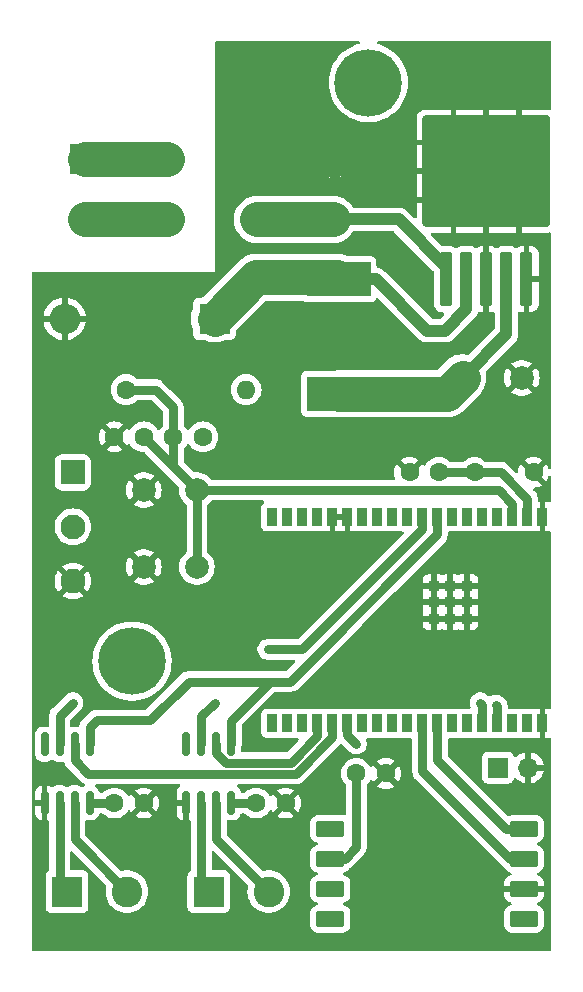
<source format=gbr>
%TF.GenerationSoftware,KiCad,Pcbnew,8.0.8*%
%TF.CreationDate,2025-02-09T13:51:33-05:00*%
%TF.ProjectId,ESPHomeACMonitor,45535048-6f6d-4654-9143-4d6f6e69746f,rev?*%
%TF.SameCoordinates,Original*%
%TF.FileFunction,Copper,L1,Top*%
%TF.FilePolarity,Positive*%
%FSLAX46Y46*%
G04 Gerber Fmt 4.6, Leading zero omitted, Abs format (unit mm)*
G04 Created by KiCad (PCBNEW 8.0.8) date 2025-02-09 13:51:33*
%MOMM*%
%LPD*%
G01*
G04 APERTURE LIST*
G04 Aperture macros list*
%AMRoundRect*
0 Rectangle with rounded corners*
0 $1 Rounding radius*
0 $2 $3 $4 $5 $6 $7 $8 $9 X,Y pos of 4 corners*
0 Add a 4 corners polygon primitive as box body*
4,1,4,$2,$3,$4,$5,$6,$7,$8,$9,$2,$3,0*
0 Add four circle primitives for the rounded corners*
1,1,$1+$1,$2,$3*
1,1,$1+$1,$4,$5*
1,1,$1+$1,$6,$7*
1,1,$1+$1,$8,$9*
0 Add four rect primitives between the rounded corners*
20,1,$1+$1,$2,$3,$4,$5,0*
20,1,$1+$1,$4,$5,$6,$7,0*
20,1,$1+$1,$6,$7,$8,$9,0*
20,1,$1+$1,$8,$9,$2,$3,0*%
G04 Aperture macros list end*
%TA.AperFunction,ComponentPad*%
%ADD10C,5.700000*%
%TD*%
%TA.AperFunction,SMDPad,CuDef*%
%ADD11RoundRect,0.150000X0.150000X-0.825000X0.150000X0.825000X-0.150000X0.825000X-0.150000X-0.825000X0*%
%TD*%
%TA.AperFunction,SMDPad,CuDef*%
%ADD12RoundRect,0.250000X0.950000X0.425000X-0.950000X0.425000X-0.950000X-0.425000X0.950000X-0.425000X0*%
%TD*%
%TA.AperFunction,SMDPad,CuDef*%
%ADD13R,0.900000X1.500000*%
%TD*%
%TA.AperFunction,SMDPad,CuDef*%
%ADD14R,0.900000X0.900000*%
%TD*%
%TA.AperFunction,ComponentPad*%
%ADD15C,2.000000*%
%TD*%
%TA.AperFunction,ComponentPad*%
%ADD16O,1.600000X1.600000*%
%TD*%
%TA.AperFunction,ComponentPad*%
%ADD17C,1.600000*%
%TD*%
%TA.AperFunction,SMDPad,CuDef*%
%ADD18R,5.400000X2.900000*%
%TD*%
%TA.AperFunction,ComponentPad*%
%ADD19R,1.700000X1.700000*%
%TD*%
%TA.AperFunction,ComponentPad*%
%ADD20O,1.700000X1.700000*%
%TD*%
%TA.AperFunction,ComponentPad*%
%ADD21R,2.600000X2.600000*%
%TD*%
%TA.AperFunction,ComponentPad*%
%ADD22C,2.600000*%
%TD*%
%TA.AperFunction,ComponentPad*%
%ADD23RoundRect,0.250001X-0.799999X0.799999X-0.799999X-0.799999X0.799999X-0.799999X0.799999X0.799999X0*%
%TD*%
%TA.AperFunction,ComponentPad*%
%ADD24C,2.100000*%
%TD*%
%TA.AperFunction,ComponentPad*%
%ADD25O,2.600000X2.600000*%
%TD*%
%TA.AperFunction,ComponentPad*%
%ADD26R,1.600000X1.600000*%
%TD*%
%TA.AperFunction,ComponentPad*%
%ADD27R,2.000000X2.000000*%
%TD*%
%TA.AperFunction,SMDPad,CuDef*%
%ADD28RoundRect,0.250000X0.300000X-2.050000X0.300000X2.050000X-0.300000X2.050000X-0.300000X-2.050000X0*%
%TD*%
%TA.AperFunction,SMDPad,CuDef*%
%ADD29RoundRect,0.250000X2.375000X-2.025000X2.375000X2.025000X-2.375000X2.025000X-2.375000X-2.025000X0*%
%TD*%
%TA.AperFunction,SMDPad,CuDef*%
%ADD30RoundRect,0.250002X5.149998X-4.449998X5.149998X4.449998X-5.149998X4.449998X-5.149998X-4.449998X0*%
%TD*%
%TA.AperFunction,ViaPad*%
%ADD31C,0.600000*%
%TD*%
%TA.AperFunction,Conductor*%
%ADD32C,0.750000*%
%TD*%
%TA.AperFunction,Conductor*%
%ADD33C,3.000000*%
%TD*%
%TA.AperFunction,Conductor*%
%ADD34C,1.000000*%
%TD*%
G04 APERTURE END LIST*
D10*
%TO.P,REF\u002A\u002A,1*%
%TO.N,N/C*%
X41000000Y-75000000D03*
%TD*%
%TO.P,REF\u002A\u002A,1*%
%TO.N,N/C*%
X61000000Y-26000000D03*
%TD*%
D11*
%TO.P,U4,8,NC*%
%TO.N,unconnected-(U4-NC-Pad8)*%
X33595000Y-82025000D03*
%TO.P,U4,7,SO*%
%TO.N,/MISO*%
X34865000Y-82025000D03*
%TO.P,U4,6,~{CS}*%
%TO.N,/CS1*%
X36135000Y-82025000D03*
%TO.P,U4,5,SCK*%
%TO.N,/SCLK*%
X37405000Y-82025000D03*
%TO.P,U4,4,V_{CC}*%
%TO.N,+3.3V*%
X37405000Y-86975000D03*
%TO.P,U4,3,T+*%
%TO.N,Net-(J3-Pin_2)*%
X36135000Y-86975000D03*
%TO.P,U4,2,T-*%
%TO.N,Net-(J3-Pin_1)*%
X34865000Y-86975000D03*
%TO.P,U4,1,GND*%
%TO.N,GND*%
X33595000Y-86975000D03*
%TD*%
%TO.P,U3,8,NC*%
%TO.N,unconnected-(U3-NC-Pad8)*%
X45595000Y-82025000D03*
%TO.P,U3,7,SO*%
%TO.N,/MISO*%
X46865000Y-82025000D03*
%TO.P,U3,6,~{CS}*%
%TO.N,/CS2*%
X48135000Y-82025000D03*
%TO.P,U3,5,SCK*%
%TO.N,/SCLK*%
X49405000Y-82025000D03*
%TO.P,U3,4,V_{CC}*%
%TO.N,+3.3V*%
X49405000Y-86975000D03*
%TO.P,U3,3,T+*%
%TO.N,Net-(J2-Pin_2)*%
X48135000Y-86975000D03*
%TO.P,U3,2,T-*%
%TO.N,Net-(J2-Pin_1)*%
X46865000Y-86975000D03*
%TO.P,U3,1,GND*%
%TO.N,GND*%
X45595000Y-86975000D03*
%TD*%
D12*
%TO.P,U2,1,NC*%
%TO.N,unconnected-(U2-NC-Pad1)*%
X74200000Y-96810000D03*
%TO.P,U2,2,GND*%
%TO.N,GND*%
X74200000Y-94270000D03*
%TO.P,U2,3,SCL*%
%TO.N,/SCL*%
X74200000Y-91730000D03*
%TO.P,U2,4,SDA*%
%TO.N,/SDA*%
X74200000Y-89190000D03*
%TO.P,U2,5,NC*%
%TO.N,unconnected-(U2-NC-Pad5)*%
X57800000Y-89190000D03*
%TO.P,U2,6,VDD*%
%TO.N,+3.3V*%
X57800000Y-91730000D03*
%TO.P,U2,7,NC*%
%TO.N,unconnected-(U2-NC-Pad7)*%
X57800000Y-94270000D03*
%TO.P,U2,8,NC*%
%TO.N,unconnected-(U2-NC-Pad8)*%
X57800000Y-96810000D03*
%TD*%
D13*
%TO.P,U1,1,GND*%
%TO.N,GND*%
X75755000Y-62750000D03*
%TO.P,U1,2,3V3*%
%TO.N,+3.3V*%
X74485000Y-62750000D03*
%TO.P,U1,3,EN/CHIP_PU*%
%TO.N,Net-(U1-EN{slash}CHIP_PU)*%
X73215000Y-62750000D03*
%TO.P,U1,4,SENSOR_VP/GPIO36/ADC1_CH0*%
%TO.N,unconnected-(U1-SENSOR_VP{slash}GPIO36{slash}ADC1_CH0-Pad4)*%
X71945000Y-62750000D03*
%TO.P,U1,5,SENSOR_VN/GPIO39/ADC1_CH3*%
%TO.N,unconnected-(U1-SENSOR_VN{slash}GPIO39{slash}ADC1_CH3-Pad5)*%
X70675000Y-62750000D03*
%TO.P,U1,6,GPIO34/ADC1_CH6*%
%TO.N,unconnected-(U1-GPIO34{slash}ADC1_CH6-Pad6)*%
X69405000Y-62750000D03*
%TO.P,U1,7,GPIO35/ADC1_CH7*%
%TO.N,unconnected-(U1-GPIO35{slash}ADC1_CH7-Pad7)*%
X68135000Y-62750000D03*
%TO.P,U1,8,32K_XP/GPIO32/ADC1_CH4*%
%TO.N,/SCLK*%
X66865000Y-62750000D03*
%TO.P,U1,9,32K_XN/GPIO33/ADC1_CH5*%
%TO.N,/MISO*%
X65595000Y-62750000D03*
%TO.P,U1,10,DAC_1/ADC2_CH8/GPIO25*%
%TO.N,unconnected-(U1-DAC_1{slash}ADC2_CH8{slash}GPIO25-Pad10)*%
X64325000Y-62750000D03*
%TO.P,U1,11,DAC_2/ADC2_CH9/GPIO26*%
%TO.N,unconnected-(U1-DAC_2{slash}ADC2_CH9{slash}GPIO26-Pad11)*%
X63055000Y-62750000D03*
%TO.P,U1,12,ADC2_CH7/GPIO27*%
%TO.N,unconnected-(U1-ADC2_CH7{slash}GPIO27-Pad12)*%
X61785000Y-62750000D03*
%TO.P,U1,13,MTMS/GPIO14/ADC2_CH6*%
%TO.N,unconnected-(U1-MTMS{slash}GPIO14{slash}ADC2_CH6-Pad13)*%
X60515000Y-62750000D03*
%TO.P,U1,14,MTDI/GPIO12/ADC2_CH5*%
%TO.N,GND*%
X59245000Y-62750000D03*
%TO.P,U1,15,GND*%
X57975000Y-62750000D03*
%TO.P,U1,16,MTCK/GPIO13/ADC2_CH4*%
%TO.N,unconnected-(U1-MTCK{slash}GPIO13{slash}ADC2_CH4-Pad16)*%
X56705000Y-62750000D03*
%TO.P,U1,17*%
%TO.N,N/C*%
X55435000Y-62750000D03*
%TO.P,U1,18*%
X54165000Y-62750000D03*
%TO.P,U1,19*%
X52895000Y-62750000D03*
%TO.P,U1,20*%
X52895000Y-80250000D03*
%TO.P,U1,21*%
X54165000Y-80250000D03*
%TO.P,U1,22*%
X55435000Y-80250000D03*
%TO.P,U1,23,MTDO/GPIO15/ADC2_CH3*%
%TO.N,/CS2*%
X56705000Y-80250000D03*
%TO.P,U1,24,ADC2_CH2/GPIO2*%
%TO.N,/CS1*%
X57975000Y-80250000D03*
%TO.P,U1,25,GPIO0/BOOT/ADC2_CH1*%
%TO.N,Net-(JP1-A)*%
X59245000Y-80250000D03*
%TO.P,U1,26,ADC2_CH0/GPIO4*%
%TO.N,unconnected-(U1-ADC2_CH0{slash}GPIO4-Pad26)*%
X60515000Y-80250000D03*
%TO.P,U1,27*%
%TO.N,N/C*%
X61785000Y-80250000D03*
%TO.P,U1,28*%
X63055000Y-80250000D03*
%TO.P,U1,29,GPIO5*%
%TO.N,unconnected-(U1-GPIO5-Pad29)*%
X64325000Y-80250000D03*
%TO.P,U1,30,GPIO18*%
%TO.N,/SCL*%
X65595000Y-80250000D03*
%TO.P,U1,31,GPIO19*%
%TO.N,/SDA*%
X66865000Y-80250000D03*
%TO.P,U1,32*%
%TO.N,N/C*%
X68135000Y-80250000D03*
%TO.P,U1,33,GPIO21*%
%TO.N,unconnected-(U1-GPIO21-Pad33)*%
X69405000Y-80250000D03*
%TO.P,U1,34,U0RXD/GPIO3*%
%TO.N,Net-(J1-Pin_2)*%
X70675000Y-80250000D03*
%TO.P,U1,35,U0TXD/GPIO1*%
%TO.N,Net-(J1-Pin_1)*%
X71945000Y-80250000D03*
%TO.P,U1,36,GPIO22*%
%TO.N,unconnected-(U1-GPIO22-Pad36)*%
X73215000Y-80250000D03*
%TO.P,U1,37,GPIO23*%
%TO.N,unconnected-(U1-GPIO23-Pad37)*%
X74485000Y-80250000D03*
%TO.P,U1,38,GND*%
%TO.N,GND*%
X75755000Y-80250000D03*
D14*
%TO.P,U1,39,GND_THERMAL*%
X69360000Y-68595000D03*
X67960000Y-68600000D03*
X66560000Y-68600000D03*
X69360000Y-70000000D03*
X67960000Y-70000000D03*
X66560000Y-70000000D03*
X69360000Y-71400000D03*
X67960000Y-71400000D03*
X66560000Y-71400000D03*
%TD*%
D15*
%TO.P,SW1,2,2*%
%TO.N,Net-(U1-EN{slash}CHIP_PU)*%
X46500000Y-60500000D03*
X46500000Y-67000000D03*
%TO.P,SW1,1,1*%
%TO.N,GND*%
X42000000Y-60500000D03*
X42000000Y-67000000D03*
%TD*%
D16*
%TO.P,R1,2*%
%TO.N,+3.3V*%
X50660000Y-52000000D03*
D17*
%TO.P,R1,1*%
%TO.N,Net-(U1-EN{slash}CHIP_PU)*%
X40500000Y-52000000D03*
%TD*%
D18*
%TO.P,L1,1,1*%
%TO.N,Net-(D2-K)*%
X58500000Y-42650000D03*
%TO.P,L1,2,2*%
%TO.N,+3.3V*%
X58500000Y-52350000D03*
%TD*%
D19*
%TO.P,JP1,1,A*%
%TO.N,Net-(JP1-A)*%
X72000000Y-84000000D03*
D20*
%TO.P,JP1,2,B*%
%TO.N,GND*%
X74540000Y-84000000D03*
%TD*%
D21*
%TO.P,J4,1,Pin_1*%
%TO.N,Net-(J4-Pin_1)*%
X37000000Y-32500000D03*
D22*
%TO.P,J4,2,Pin_2*%
%TO.N,Net-(J4-Pin_2)*%
X37000000Y-37580000D03*
%TD*%
%TO.P,J3,2,Pin_2*%
%TO.N,Net-(J3-Pin_2)*%
X40580000Y-94500000D03*
D21*
%TO.P,J3,1,Pin_1*%
%TO.N,Net-(J3-Pin_1)*%
X35500000Y-94500000D03*
%TD*%
D22*
%TO.P,J2,2,Pin_2*%
%TO.N,Net-(J2-Pin_2)*%
X52580000Y-94500000D03*
D21*
%TO.P,J2,1,Pin_1*%
%TO.N,Net-(J2-Pin_1)*%
X47500000Y-94500000D03*
%TD*%
D23*
%TO.P,J1,1,Pin_1*%
%TO.N,Net-(J1-Pin_1)*%
X36000000Y-59000000D03*
D24*
%TO.P,J1,2,Pin_2*%
%TO.N,Net-(J1-Pin_2)*%
X36000000Y-63600000D03*
%TO.P,J1,3,Pin_3*%
%TO.N,GND*%
X36000000Y-68200000D03*
%TD*%
D21*
%TO.P,D2,1,K*%
%TO.N,Net-(D2-K)*%
X48000000Y-46000000D03*
D25*
%TO.P,D2,2,A*%
%TO.N,GND*%
X35300000Y-46000000D03*
%TD*%
D16*
%TO.P,D1,4*%
%TO.N,Net-(J4-Pin_2)*%
X44000000Y-37580000D03*
%TO.P,D1,3*%
%TO.N,Net-(J4-Pin_1)*%
X44000000Y-32500000D03*
%TO.P,D1,2,-*%
%TO.N,GND*%
X51620000Y-32500000D03*
D26*
%TO.P,D1,1,+*%
%TO.N,Net-(D1-+)*%
X51620000Y-37580000D03*
%TD*%
D27*
%TO.P,C9,1*%
%TO.N,+3.3V*%
X69000000Y-51000000D03*
D15*
%TO.P,C9,2*%
%TO.N,GND*%
X74000000Y-51000000D03*
%TD*%
D27*
%TO.P,C8,1*%
%TO.N,Net-(D1-+)*%
X58000000Y-37580000D03*
D15*
%TO.P,C8,2*%
%TO.N,GND*%
X58000000Y-32580000D03*
%TD*%
D17*
%TO.P,C7,2*%
%TO.N,GND*%
X62500000Y-84500000D03*
%TO.P,C7,1*%
%TO.N,+3.3V*%
X60000000Y-84500000D03*
%TD*%
%TO.P,C6,1*%
%TO.N,+3.3V*%
X39500000Y-87000000D03*
%TO.P,C6,2*%
%TO.N,GND*%
X42000000Y-87000000D03*
%TD*%
%TO.P,C5,2*%
%TO.N,GND*%
X54000000Y-87000000D03*
%TO.P,C5,1*%
%TO.N,+3.3V*%
X51500000Y-87000000D03*
%TD*%
%TO.P,C4,1*%
%TO.N,GND*%
X39500000Y-56000000D03*
%TO.P,C4,2*%
%TO.N,Net-(U1-EN{slash}CHIP_PU)*%
X42000000Y-56000000D03*
%TD*%
%TO.P,C1,1*%
%TO.N,+3.3V*%
X70000000Y-59000000D03*
%TO.P,C1,2*%
%TO.N,GND*%
X75000000Y-59000000D03*
%TD*%
D28*
%TO.P,U5,5,~{ON}/OFF*%
%TO.N,GND*%
X74400000Y-42650000D03*
%TO.P,U5,4,FB*%
%TO.N,+3.3V*%
X72700000Y-42650000D03*
D29*
%TO.P,U5,3,GND*%
%TO.N,GND*%
X73775000Y-31075000D03*
X68225000Y-31075000D03*
D30*
X71000000Y-33500000D03*
D29*
X73775000Y-35925000D03*
X68225000Y-35925000D03*
D28*
X71000000Y-42650000D03*
%TO.P,U5,2,OUT*%
%TO.N,Net-(D2-K)*%
X69300000Y-42650000D03*
%TO.P,U5,1,VIN*%
%TO.N,Net-(D1-+)*%
X67600000Y-42650000D03*
%TD*%
D17*
%TO.P,C3,1*%
%TO.N,Net-(U1-EN{slash}CHIP_PU)*%
X44500000Y-56000000D03*
%TO.P,C3,2*%
%TO.N,+3.3V*%
X47000000Y-56000000D03*
%TD*%
%TO.P,C2,1*%
%TO.N,+3.3V*%
X67000000Y-59000000D03*
%TO.P,C2,2*%
%TO.N,GND*%
X64500000Y-59000000D03*
%TD*%
D31*
%TO.N,Net-(JP1-A)*%
X60000000Y-82000000D03*
%TO.N,/MISO*%
X36000000Y-78500000D03*
X52500000Y-74000000D03*
X48000000Y-78500000D03*
%TO.N,Net-(J1-Pin_1)*%
X71810749Y-78689251D03*
%TO.N,Net-(J1-Pin_2)*%
X70500000Y-78500000D03*
%TD*%
D32*
%TO.N,+3.3V*%
X60000000Y-84500000D02*
X60000000Y-90730000D01*
X60000000Y-90730000D02*
X59000000Y-91730000D01*
X59000000Y-91730000D02*
X57800000Y-91730000D01*
%TO.N,/SDA*%
X66865000Y-80250000D02*
X66865000Y-83365000D01*
X66865000Y-83365000D02*
X72690000Y-89190000D01*
X72690000Y-89190000D02*
X74200000Y-89190000D01*
%TO.N,/SCL*%
X65595000Y-80250000D02*
X65595000Y-84325000D01*
X65595000Y-84325000D02*
X73000000Y-91730000D01*
X73000000Y-91730000D02*
X74200000Y-91730000D01*
%TO.N,Net-(JP1-A)*%
X60000000Y-82000000D02*
X59245000Y-81245000D01*
X59245000Y-81245000D02*
X59245000Y-80250000D01*
%TO.N,/SDA*%
X73494848Y-89190000D02*
X74700000Y-89190000D01*
%TO.N,/SCL*%
X74691346Y-91730000D02*
X74700000Y-91730000D01*
%TO.N,/CS2*%
X56705000Y-80250000D02*
X56705000Y-81330000D01*
X56705000Y-81330000D02*
X54460000Y-83575000D01*
X54460000Y-83575000D02*
X48950540Y-83575000D01*
X48950540Y-83575000D02*
X48135000Y-82759460D01*
X48135000Y-82759460D02*
X48135000Y-82025000D01*
%TO.N,/CS1*%
X57975000Y-80250000D02*
X57975000Y-81403503D01*
X57975000Y-81403503D02*
X54853503Y-84525000D01*
X37265000Y-84525000D02*
X36135000Y-83395000D01*
X54853503Y-84525000D02*
X37265000Y-84525000D01*
X36135000Y-83395000D02*
X36135000Y-82025000D01*
%TO.N,+3.3V*%
X39500000Y-87000000D02*
X37430000Y-87000000D01*
X37430000Y-87000000D02*
X37405000Y-86975000D01*
X51500000Y-87000000D02*
X49430000Y-87000000D01*
X49430000Y-87000000D02*
X49405000Y-86975000D01*
%TO.N,/MISO*%
X34865000Y-79635000D02*
X36000000Y-78500000D01*
X34865000Y-82025000D02*
X34865000Y-79635000D01*
X52500000Y-74000000D02*
X55425000Y-74000000D01*
X46865000Y-82025000D02*
X46865000Y-79635000D01*
X65595000Y-63830000D02*
X65595000Y-62750000D01*
X46865000Y-79635000D02*
X48000000Y-78500000D01*
X55425000Y-74000000D02*
X65595000Y-63830000D01*
%TO.N,/SCLK*%
X49405000Y-80020000D02*
X52712500Y-76712500D01*
X52712500Y-76712500D02*
X54402500Y-76712500D01*
X52712500Y-76712500D02*
X50500000Y-76712500D01*
X54402500Y-76712500D02*
X50500000Y-76712500D01*
X50500000Y-76712500D02*
X45787500Y-76712500D01*
X66865000Y-62750000D02*
X66865000Y-64250000D01*
X66865000Y-64250000D02*
X54402500Y-76712500D01*
X45787500Y-76712500D02*
X42500000Y-80000000D01*
X42500000Y-80000000D02*
X38000000Y-80000000D01*
X38000000Y-80000000D02*
X37405000Y-80595000D01*
X37405000Y-80595000D02*
X37405000Y-82025000D01*
X49405000Y-82025000D02*
X49405000Y-80020000D01*
%TO.N,Net-(J1-Pin_1)*%
X71945000Y-78823502D02*
X71810749Y-78689251D01*
X71945000Y-80250000D02*
X71945000Y-78823502D01*
%TO.N,Net-(J1-Pin_2)*%
X70675000Y-80250000D02*
X70675000Y-78675000D01*
X70675000Y-78675000D02*
X70500000Y-78500000D01*
%TO.N,Net-(U1-EN{slash}CHIP_PU)*%
X46500000Y-60500000D02*
X72045000Y-60500000D01*
X73215000Y-61670000D02*
X73215000Y-62750000D01*
X72045000Y-60500000D02*
X73215000Y-61670000D01*
%TO.N,+3.3V*%
X67000000Y-53000000D02*
X67650000Y-52350000D01*
X70000000Y-59000000D02*
X72235000Y-59000000D01*
X72235000Y-59000000D02*
X74485000Y-61250000D01*
X74485000Y-61250000D02*
X74485000Y-62750000D01*
X67000000Y-59000000D02*
X70000000Y-59000000D01*
%TO.N,Net-(U1-EN{slash}CHIP_PU)*%
X42000000Y-56000000D02*
X46500000Y-60500000D01*
X44500000Y-56000000D02*
X44500000Y-58500000D01*
X44500000Y-58500000D02*
X46500000Y-60500000D01*
%TO.N,+3.3V*%
X47000000Y-56000000D02*
X47000000Y-55660000D01*
%TO.N,Net-(U1-EN{slash}CHIP_PU)*%
X40500000Y-52000000D02*
X43000000Y-52000000D01*
X43000000Y-52000000D02*
X44500000Y-53500000D01*
X44500000Y-53500000D02*
X44500000Y-56000000D01*
D33*
%TO.N,+3.3V*%
X58500000Y-52350000D02*
X62000000Y-52350000D01*
X62000000Y-52350000D02*
X67650000Y-52350000D01*
D34*
X58150000Y-52000000D02*
X58500000Y-52350000D01*
D32*
%TO.N,Net-(U1-EN{slash}CHIP_PU)*%
X46500000Y-60500000D02*
X46500000Y-67000000D01*
%TO.N,Net-(J3-Pin_2)*%
X36135000Y-86975000D02*
X36135000Y-90055000D01*
X36135000Y-90055000D02*
X40580000Y-94500000D01*
%TO.N,Net-(J3-Pin_1)*%
X34865000Y-86975000D02*
X34865000Y-93865000D01*
X34865000Y-93865000D02*
X35500000Y-94500000D01*
%TO.N,Net-(J2-Pin_2)*%
X48135000Y-86975000D02*
X48135000Y-90055000D01*
X48135000Y-90055000D02*
X52580000Y-94500000D01*
%TO.N,Net-(J2-Pin_1)*%
X46865000Y-86975000D02*
X46865000Y-93865000D01*
X46865000Y-93865000D02*
X47500000Y-94500000D01*
D33*
%TO.N,Net-(D2-K)*%
X48000000Y-46000000D02*
X51500000Y-42500000D01*
X51500000Y-42500000D02*
X58350000Y-42500000D01*
%TO.N,+3.3V*%
X67650000Y-52350000D02*
X69000000Y-51000000D01*
D34*
X69000000Y-51000000D02*
X72700000Y-47300000D01*
X72700000Y-47300000D02*
X72700000Y-42650000D01*
%TO.N,Net-(D2-K)*%
X58500000Y-42650000D02*
X61650000Y-42650000D01*
X61650000Y-42650000D02*
X66000000Y-47000000D01*
X66000000Y-47000000D02*
X67500000Y-47000000D01*
X67500000Y-47000000D02*
X69300000Y-45200000D01*
X69300000Y-45200000D02*
X69300000Y-42650000D01*
%TO.N,Net-(D1-+)*%
X67600000Y-42650000D02*
X67600000Y-41600000D01*
X67600000Y-41600000D02*
X63580000Y-37580000D01*
X63580000Y-37580000D02*
X58000000Y-37580000D01*
D33*
%TO.N,GND*%
X51620000Y-32500000D02*
X57920000Y-32500000D01*
X57920000Y-32500000D02*
X58000000Y-32580000D01*
%TO.N,Net-(D1-+)*%
X51620000Y-37580000D02*
X58000000Y-37580000D01*
%TO.N,Net-(J4-Pin_2)*%
X37000000Y-37580000D02*
X44000000Y-37580000D01*
%TO.N,Net-(J4-Pin_1)*%
X37000000Y-32500000D02*
X44000000Y-32500000D01*
%TD*%
%TA.AperFunction,Conductor*%
%TO.N,GND*%
G36*
X60239403Y-22520185D02*
G01*
X60285158Y-22572989D01*
X60295102Y-22642147D01*
X60266077Y-22705703D01*
X60207299Y-22743477D01*
X60199020Y-22745601D01*
X60102330Y-22766883D01*
X59836178Y-22856560D01*
X59758031Y-22882892D01*
X59758028Y-22882893D01*
X59758020Y-22882896D01*
X59428300Y-23035440D01*
X59428296Y-23035442D01*
X59196453Y-23174937D01*
X59116981Y-23222755D01*
X59027332Y-23290903D01*
X58827755Y-23442617D01*
X58827745Y-23442625D01*
X58563978Y-23692479D01*
X58328772Y-23969386D01*
X58124884Y-24270098D01*
X58124878Y-24270107D01*
X57954706Y-24591086D01*
X57954700Y-24591098D01*
X57820226Y-24928603D01*
X57820221Y-24928618D01*
X57723030Y-25278670D01*
X57723024Y-25278696D01*
X57664250Y-25637200D01*
X57664248Y-25637217D01*
X57644579Y-25999997D01*
X57644579Y-26000002D01*
X57664248Y-26362782D01*
X57664250Y-26362799D01*
X57723024Y-26721303D01*
X57723030Y-26721329D01*
X57820221Y-27071381D01*
X57820226Y-27071396D01*
X57954700Y-27408901D01*
X57954706Y-27408913D01*
X58124878Y-27729892D01*
X58124884Y-27729901D01*
X58328772Y-28030613D01*
X58557591Y-28300000D01*
X58563979Y-28307521D01*
X58827746Y-28557375D01*
X59116981Y-28777245D01*
X59428292Y-28964555D01*
X59428294Y-28964556D01*
X59428296Y-28964557D01*
X59428300Y-28964559D01*
X59758020Y-29117103D01*
X59758031Y-29117108D01*
X60102330Y-29233116D01*
X60457153Y-29311218D01*
X60818341Y-29350500D01*
X60818347Y-29350500D01*
X61181653Y-29350500D01*
X61181659Y-29350500D01*
X61542847Y-29311218D01*
X61897670Y-29233116D01*
X62241969Y-29117108D01*
X62495062Y-29000015D01*
X65100000Y-29000015D01*
X65100000Y-30825000D01*
X67975000Y-30825000D01*
X68475000Y-30825000D01*
X70750000Y-30825000D01*
X71250000Y-30825000D01*
X73525000Y-30825000D01*
X73525000Y-28300000D01*
X71250000Y-28300000D01*
X71250000Y-30825000D01*
X70750000Y-30825000D01*
X70750000Y-28300000D01*
X68475000Y-28300000D01*
X68475000Y-30825000D01*
X67975000Y-30825000D01*
X67975000Y-28300000D01*
X65800028Y-28300000D01*
X65800012Y-28300001D01*
X65697302Y-28310494D01*
X65530880Y-28365641D01*
X65530875Y-28365643D01*
X65381654Y-28457684D01*
X65257684Y-28581654D01*
X65165643Y-28730875D01*
X65165641Y-28730880D01*
X65110494Y-28897301D01*
X65110023Y-28900221D01*
X65109852Y-28903589D01*
X65100000Y-29000015D01*
X62495062Y-29000015D01*
X62571708Y-28964555D01*
X62883019Y-28777245D01*
X63172254Y-28557375D01*
X63436021Y-28307521D01*
X63671227Y-28030614D01*
X63875117Y-27729900D01*
X64045298Y-27408905D01*
X64179775Y-27071391D01*
X64276973Y-26721316D01*
X64335751Y-26362785D01*
X64355421Y-26000000D01*
X64335751Y-25637215D01*
X64276973Y-25278684D01*
X64259097Y-25214303D01*
X64179778Y-24928618D01*
X64179773Y-24928603D01*
X64045299Y-24591098D01*
X64045298Y-24591095D01*
X63875117Y-24270100D01*
X63671227Y-23969386D01*
X63436021Y-23692479D01*
X63172254Y-23442625D01*
X63172244Y-23442617D01*
X63103635Y-23390462D01*
X62883019Y-23222755D01*
X62571708Y-23035445D01*
X62571707Y-23035444D01*
X62571703Y-23035442D01*
X62571699Y-23035440D01*
X62241979Y-22882896D01*
X62241974Y-22882894D01*
X62241969Y-22882892D01*
X62074143Y-22826344D01*
X61897669Y-22766883D01*
X61800980Y-22745601D01*
X61739739Y-22711965D01*
X61706405Y-22650560D01*
X61711561Y-22580881D01*
X61753570Y-22525050D01*
X61819094Y-22500795D01*
X61827636Y-22500500D01*
X76375500Y-22500500D01*
X76442539Y-22520185D01*
X76488294Y-22572989D01*
X76499500Y-22624500D01*
X76499500Y-28203988D01*
X76479815Y-28271027D01*
X76427011Y-28316782D01*
X76357853Y-28326726D01*
X76336498Y-28321694D01*
X76302704Y-28310496D01*
X76302690Y-28310493D01*
X76199986Y-28300000D01*
X74025000Y-28300000D01*
X74025000Y-38699999D01*
X76199972Y-38699999D01*
X76199986Y-38699998D01*
X76302697Y-38689505D01*
X76336496Y-38678306D01*
X76406324Y-38675904D01*
X76466366Y-38711636D01*
X76497559Y-38774156D01*
X76499500Y-38796012D01*
X76499500Y-58631519D01*
X76479815Y-58698558D01*
X76427011Y-58744313D01*
X76357853Y-58754257D01*
X76294297Y-58725232D01*
X76256523Y-58666454D01*
X76255725Y-58663613D01*
X76226268Y-58553679D01*
X76226264Y-58553668D01*
X76130136Y-58347521D01*
X76130132Y-58347513D01*
X76079025Y-58274526D01*
X75400000Y-58953551D01*
X75400000Y-58947339D01*
X75372741Y-58845606D01*
X75320080Y-58754394D01*
X75245606Y-58679920D01*
X75154394Y-58627259D01*
X75052661Y-58600000D01*
X75046445Y-58600000D01*
X75725472Y-57920974D01*
X75652478Y-57869863D01*
X75446331Y-57773735D01*
X75446317Y-57773730D01*
X75226610Y-57714860D01*
X75226599Y-57714858D01*
X75000002Y-57695034D01*
X74999998Y-57695034D01*
X74773400Y-57714858D01*
X74773389Y-57714860D01*
X74553682Y-57773730D01*
X74553673Y-57773734D01*
X74347516Y-57869866D01*
X74347512Y-57869868D01*
X74274526Y-57920973D01*
X74274526Y-57920974D01*
X74953553Y-58600000D01*
X74947339Y-58600000D01*
X74845606Y-58627259D01*
X74754394Y-58679920D01*
X74679920Y-58754394D01*
X74627259Y-58845606D01*
X74600000Y-58947339D01*
X74600000Y-58953553D01*
X73920974Y-58274526D01*
X73920973Y-58274526D01*
X73869868Y-58347512D01*
X73869866Y-58347516D01*
X73773734Y-58553673D01*
X73773730Y-58553682D01*
X73714860Y-58773389D01*
X73714858Y-58773400D01*
X73700359Y-58939131D01*
X73674907Y-59004200D01*
X73618316Y-59045179D01*
X73548554Y-59049057D01*
X73489150Y-59016005D01*
X72793102Y-58319957D01*
X72793098Y-58319954D01*
X72649711Y-58224145D01*
X72649698Y-58224138D01*
X72490378Y-58158146D01*
X72490366Y-58158143D01*
X72321232Y-58124500D01*
X72321229Y-58124500D01*
X71015048Y-58124500D01*
X70948009Y-58104815D01*
X70927371Y-58088185D01*
X70839139Y-57999953D01*
X70839138Y-57999952D01*
X70839137Y-57999951D01*
X70652734Y-57869432D01*
X70652732Y-57869431D01*
X70446497Y-57773261D01*
X70446488Y-57773258D01*
X70226697Y-57714366D01*
X70226693Y-57714365D01*
X70226692Y-57714365D01*
X70226691Y-57714364D01*
X70226686Y-57714364D01*
X70000002Y-57694532D01*
X69999998Y-57694532D01*
X69773313Y-57714364D01*
X69773302Y-57714366D01*
X69553511Y-57773258D01*
X69553502Y-57773261D01*
X69347267Y-57869431D01*
X69347265Y-57869432D01*
X69160862Y-57999951D01*
X69116748Y-58044066D01*
X69072631Y-58088182D01*
X69011311Y-58121666D01*
X68984952Y-58124500D01*
X68015048Y-58124500D01*
X67948009Y-58104815D01*
X67927371Y-58088185D01*
X67839139Y-57999953D01*
X67839138Y-57999952D01*
X67839137Y-57999951D01*
X67652734Y-57869432D01*
X67652732Y-57869431D01*
X67446497Y-57773261D01*
X67446488Y-57773258D01*
X67226697Y-57714366D01*
X67226693Y-57714365D01*
X67226692Y-57714365D01*
X67226691Y-57714364D01*
X67226686Y-57714364D01*
X67000002Y-57694532D01*
X66999998Y-57694532D01*
X66773313Y-57714364D01*
X66773302Y-57714366D01*
X66553511Y-57773258D01*
X66553502Y-57773261D01*
X66347267Y-57869431D01*
X66347265Y-57869432D01*
X66160858Y-57999954D01*
X65999954Y-58160858D01*
X65869432Y-58347265D01*
X65869429Y-58347270D01*
X65862104Y-58362979D01*
X65815929Y-58415417D01*
X65748735Y-58434566D01*
X65681855Y-58414347D01*
X65637341Y-58362973D01*
X65630133Y-58347515D01*
X65630132Y-58347513D01*
X65579025Y-58274526D01*
X64900000Y-58953551D01*
X64900000Y-58947339D01*
X64872741Y-58845606D01*
X64820080Y-58754394D01*
X64745606Y-58679920D01*
X64654394Y-58627259D01*
X64552661Y-58600000D01*
X64546445Y-58600000D01*
X65225472Y-57920974D01*
X65152478Y-57869863D01*
X64946331Y-57773735D01*
X64946317Y-57773730D01*
X64726610Y-57714860D01*
X64726599Y-57714858D01*
X64500002Y-57695034D01*
X64499998Y-57695034D01*
X64273400Y-57714858D01*
X64273389Y-57714860D01*
X64053682Y-57773730D01*
X64053673Y-57773734D01*
X63847516Y-57869866D01*
X63847512Y-57869868D01*
X63774526Y-57920973D01*
X63774526Y-57920974D01*
X64453553Y-58600000D01*
X64447339Y-58600000D01*
X64345606Y-58627259D01*
X64254394Y-58679920D01*
X64179920Y-58754394D01*
X64127259Y-58845606D01*
X64100000Y-58947339D01*
X64100000Y-58953552D01*
X63420974Y-58274526D01*
X63420973Y-58274526D01*
X63369868Y-58347512D01*
X63369866Y-58347516D01*
X63273734Y-58553673D01*
X63273730Y-58553682D01*
X63214860Y-58773389D01*
X63214858Y-58773400D01*
X63195034Y-58999997D01*
X63195034Y-59000000D01*
X63214858Y-59226599D01*
X63214860Y-59226610D01*
X63273730Y-59446317D01*
X63273733Y-59446325D01*
X63274556Y-59448089D01*
X63274685Y-59448940D01*
X63275583Y-59451406D01*
X63275087Y-59451586D01*
X63285052Y-59517166D01*
X63256536Y-59580951D01*
X63198061Y-59619194D01*
X63162177Y-59624500D01*
X47787144Y-59624500D01*
X47720105Y-59604815D01*
X47691735Y-59578898D01*
X47691637Y-59578989D01*
X47690593Y-59577855D01*
X47689298Y-59576672D01*
X47688168Y-59575221D01*
X47688167Y-59575220D01*
X47688164Y-59575215D01*
X47519744Y-59392262D01*
X47323509Y-59239526D01*
X47323507Y-59239525D01*
X47323506Y-59239524D01*
X47104811Y-59121172D01*
X47104802Y-59121169D01*
X46869616Y-59040429D01*
X46624335Y-58999500D01*
X46375665Y-58999500D01*
X46320337Y-59008732D01*
X46250972Y-59000350D01*
X46212248Y-58974104D01*
X45411819Y-58173675D01*
X45378334Y-58112352D01*
X45375500Y-58085994D01*
X45375500Y-57015048D01*
X45395185Y-56948009D01*
X45411814Y-56927371D01*
X45500047Y-56839139D01*
X45630568Y-56652734D01*
X45637618Y-56637614D01*
X45683789Y-56585176D01*
X45750982Y-56566023D01*
X45817864Y-56586238D01*
X45862381Y-56637614D01*
X45869432Y-56652733D01*
X45869432Y-56652734D01*
X45999954Y-56839141D01*
X46160858Y-57000045D01*
X46160861Y-57000047D01*
X46347266Y-57130568D01*
X46553504Y-57226739D01*
X46773308Y-57285635D01*
X46935230Y-57299801D01*
X46999998Y-57305468D01*
X47000000Y-57305468D01*
X47000002Y-57305468D01*
X47056673Y-57300509D01*
X47226692Y-57285635D01*
X47446496Y-57226739D01*
X47652734Y-57130568D01*
X47839139Y-57000047D01*
X48000047Y-56839139D01*
X48130568Y-56652734D01*
X48226739Y-56446496D01*
X48285635Y-56226692D01*
X48305468Y-56000000D01*
X48285635Y-55773308D01*
X48226739Y-55553504D01*
X48130568Y-55347266D01*
X48000047Y-55160861D01*
X48000045Y-55160858D01*
X47839141Y-54999954D01*
X47652734Y-54869432D01*
X47652732Y-54869431D01*
X47446497Y-54773261D01*
X47446488Y-54773258D01*
X47226697Y-54714366D01*
X47226693Y-54714365D01*
X47226692Y-54714365D01*
X47226691Y-54714364D01*
X47226686Y-54714364D01*
X47000002Y-54694532D01*
X46999998Y-54694532D01*
X46773313Y-54714364D01*
X46773302Y-54714366D01*
X46553511Y-54773258D01*
X46553502Y-54773261D01*
X46347267Y-54869431D01*
X46347265Y-54869432D01*
X46160858Y-54999954D01*
X45999954Y-55160858D01*
X45869433Y-55347264D01*
X45869432Y-55347266D01*
X45862380Y-55362387D01*
X45816209Y-55414825D01*
X45749015Y-55433976D01*
X45682134Y-55413760D01*
X45637619Y-55362387D01*
X45630568Y-55347266D01*
X45500047Y-55160861D01*
X45500045Y-55160858D01*
X45411819Y-55072632D01*
X45378334Y-55011309D01*
X45375500Y-54984951D01*
X45375500Y-53413768D01*
X45375499Y-53413766D01*
X45350012Y-53285635D01*
X45341855Y-53244626D01*
X45294611Y-53130568D01*
X45275861Y-53085301D01*
X45275854Y-53085288D01*
X45180046Y-52941902D01*
X45133329Y-52895185D01*
X45058099Y-52819955D01*
X44351945Y-52113801D01*
X44238142Y-51999998D01*
X49354532Y-51999998D01*
X49354532Y-52000001D01*
X49374364Y-52226686D01*
X49374366Y-52226697D01*
X49433258Y-52446488D01*
X49433261Y-52446497D01*
X49529431Y-52652732D01*
X49529432Y-52652734D01*
X49659954Y-52839141D01*
X49820858Y-53000045D01*
X49820861Y-53000047D01*
X50007266Y-53130568D01*
X50213504Y-53226739D01*
X50433308Y-53285635D01*
X50595230Y-53299801D01*
X50659998Y-53305468D01*
X50660000Y-53305468D01*
X50660002Y-53305468D01*
X50716673Y-53300509D01*
X50886692Y-53285635D01*
X51106496Y-53226739D01*
X51312734Y-53130568D01*
X51499139Y-53000047D01*
X51660047Y-52839139D01*
X51790568Y-52652734D01*
X51886739Y-52446496D01*
X51945635Y-52226692D01*
X51965468Y-52000000D01*
X51945635Y-51773308D01*
X51886739Y-51553504D01*
X51790568Y-51347266D01*
X51660047Y-51160861D01*
X51660045Y-51160858D01*
X51499141Y-50999954D01*
X51312734Y-50869432D01*
X51312732Y-50869431D01*
X51275641Y-50852135D01*
X55299500Y-50852135D01*
X55299500Y-53847870D01*
X55299501Y-53847876D01*
X55305908Y-53907483D01*
X55356202Y-54042328D01*
X55356206Y-54042335D01*
X55442452Y-54157544D01*
X55442455Y-54157547D01*
X55557664Y-54243793D01*
X55557671Y-54243797D01*
X55692517Y-54294091D01*
X55692516Y-54294091D01*
X55699444Y-54294835D01*
X55752127Y-54300500D01*
X58033701Y-54300499D01*
X58065794Y-54304724D01*
X58071765Y-54306323D01*
X58108884Y-54316270D01*
X58368880Y-54350500D01*
X58368887Y-54350500D01*
X67781113Y-54350500D01*
X67781120Y-54350500D01*
X67911118Y-54333385D01*
X68041116Y-54316271D01*
X68294419Y-54248398D01*
X68536697Y-54148043D01*
X68692485Y-54058099D01*
X68763803Y-54016924D01*
X68897018Y-53914704D01*
X68971851Y-53857283D01*
X70507283Y-52321851D01*
X70666923Y-52113802D01*
X70798043Y-51886697D01*
X70898398Y-51644419D01*
X70966271Y-51391116D01*
X71000499Y-51131120D01*
X71000499Y-50999994D01*
X72494859Y-50999994D01*
X72494859Y-51000005D01*
X72515385Y-51247729D01*
X72515387Y-51247738D01*
X72576412Y-51488717D01*
X72676267Y-51716367D01*
X72776562Y-51869881D01*
X73517037Y-51129408D01*
X73534075Y-51192993D01*
X73599901Y-51307007D01*
X73692993Y-51400099D01*
X73807007Y-51465925D01*
X73870591Y-51482962D01*
X73129943Y-52223609D01*
X73176768Y-52260055D01*
X73176771Y-52260057D01*
X73395385Y-52378364D01*
X73395396Y-52378369D01*
X73630506Y-52459083D01*
X73875707Y-52500000D01*
X74124293Y-52500000D01*
X74369493Y-52459083D01*
X74604603Y-52378369D01*
X74604614Y-52378364D01*
X74823230Y-52260056D01*
X74823236Y-52260051D01*
X74870055Y-52223610D01*
X74870056Y-52223609D01*
X74129408Y-51482962D01*
X74192993Y-51465925D01*
X74307007Y-51400099D01*
X74400099Y-51307007D01*
X74465925Y-51192993D01*
X74482962Y-51129408D01*
X75223435Y-51869882D01*
X75323733Y-51716364D01*
X75423587Y-51488717D01*
X75484612Y-51247738D01*
X75484614Y-51247729D01*
X75505141Y-51000005D01*
X75505141Y-50999994D01*
X75484614Y-50752270D01*
X75484612Y-50752261D01*
X75423587Y-50511282D01*
X75323732Y-50283632D01*
X75223435Y-50130116D01*
X74482962Y-50870590D01*
X74465925Y-50807007D01*
X74400099Y-50692993D01*
X74307007Y-50599901D01*
X74192993Y-50534075D01*
X74129409Y-50517037D01*
X74870055Y-49776389D01*
X74870055Y-49776388D01*
X74823236Y-49739947D01*
X74823231Y-49739944D01*
X74604614Y-49621635D01*
X74604603Y-49621630D01*
X74369493Y-49540916D01*
X74124293Y-49500000D01*
X73875707Y-49500000D01*
X73630506Y-49540916D01*
X73395396Y-49621630D01*
X73395385Y-49621635D01*
X73176770Y-49739943D01*
X73129943Y-49776389D01*
X73870591Y-50517037D01*
X73807007Y-50534075D01*
X73692993Y-50599901D01*
X73599901Y-50692993D01*
X73534075Y-50807007D01*
X73517037Y-50870591D01*
X72776563Y-50130117D01*
X72676267Y-50283633D01*
X72676265Y-50283637D01*
X72576412Y-50511282D01*
X72515387Y-50752261D01*
X72515385Y-50752270D01*
X72494859Y-50999994D01*
X71000499Y-50999994D01*
X71000499Y-50868881D01*
X70998294Y-50852135D01*
X70977546Y-50694532D01*
X70966271Y-50608885D01*
X70950937Y-50551660D01*
X70952600Y-50481813D01*
X70983029Y-50431889D01*
X73337778Y-48077141D01*
X73337782Y-48077139D01*
X73477139Y-47937782D01*
X73586632Y-47773914D01*
X73592482Y-47759792D01*
X73634833Y-47657546D01*
X73662051Y-47591835D01*
X73698721Y-47407486D01*
X73700500Y-47398543D01*
X73700500Y-45529443D01*
X73720185Y-45462404D01*
X73772989Y-45416649D01*
X73842147Y-45406705D01*
X73863504Y-45411737D01*
X73947302Y-45439505D01*
X73947309Y-45439506D01*
X74050019Y-45449999D01*
X74650000Y-45449999D01*
X74749972Y-45449999D01*
X74749986Y-45449998D01*
X74852697Y-45439505D01*
X75019119Y-45384358D01*
X75019124Y-45384356D01*
X75168345Y-45292315D01*
X75292315Y-45168345D01*
X75384356Y-45019124D01*
X75384358Y-45019119D01*
X75439505Y-44852697D01*
X75439506Y-44852690D01*
X75449999Y-44749986D01*
X75450000Y-44749973D01*
X75450000Y-42900000D01*
X74650000Y-42900000D01*
X74650000Y-45449999D01*
X74050019Y-45449999D01*
X74150000Y-45449998D01*
X74150000Y-42400000D01*
X74650000Y-42400000D01*
X75449999Y-42400000D01*
X75449999Y-40550028D01*
X75449998Y-40550013D01*
X75439505Y-40447302D01*
X75384358Y-40280880D01*
X75384356Y-40280875D01*
X75292315Y-40131654D01*
X75168345Y-40007684D01*
X75019124Y-39915643D01*
X75019119Y-39915641D01*
X74852697Y-39860494D01*
X74852690Y-39860493D01*
X74749986Y-39850000D01*
X74650000Y-39850000D01*
X74650000Y-42400000D01*
X74150000Y-42400000D01*
X74150000Y-39849999D01*
X74050028Y-39850000D01*
X74050012Y-39850001D01*
X73947302Y-39860494D01*
X73780880Y-39915641D01*
X73780875Y-39915643D01*
X73631649Y-40007687D01*
X73627305Y-40011122D01*
X73562507Y-40037255D01*
X73493866Y-40024207D01*
X73473497Y-40011116D01*
X73468660Y-40007292D01*
X73468656Y-40007288D01*
X73319334Y-39915186D01*
X73152797Y-39860001D01*
X73152795Y-39860000D01*
X73050010Y-39849500D01*
X72349998Y-39849500D01*
X72349980Y-39849501D01*
X72247203Y-39860000D01*
X72247200Y-39860001D01*
X72080668Y-39915185D01*
X72080663Y-39915187D01*
X71976157Y-39979646D01*
X71931344Y-40007288D01*
X71931343Y-40007288D01*
X71931330Y-40007297D01*
X71926487Y-40011126D01*
X71861687Y-40037256D01*
X71793047Y-40024204D01*
X71772683Y-40011114D01*
X71768346Y-40007684D01*
X71619124Y-39915643D01*
X71619119Y-39915641D01*
X71452697Y-39860494D01*
X71452690Y-39860493D01*
X71349986Y-39850000D01*
X71250000Y-39850000D01*
X71250000Y-45449999D01*
X71349972Y-45449999D01*
X71349986Y-45449998D01*
X71452695Y-45439506D01*
X71536495Y-45411737D01*
X71606324Y-45409335D01*
X71666366Y-45445066D01*
X71697559Y-45507587D01*
X71699500Y-45529443D01*
X71699500Y-46834217D01*
X71679815Y-46901256D01*
X71663181Y-46921898D01*
X69568111Y-49016967D01*
X69506788Y-49050452D01*
X69448338Y-49049061D01*
X69391115Y-49033729D01*
X69131120Y-48999501D01*
X69131119Y-48999501D01*
X68868880Y-48999501D01*
X68868879Y-48999501D01*
X68608887Y-49033728D01*
X68355580Y-49101602D01*
X68113306Y-49201955D01*
X68113302Y-49201957D01*
X67886198Y-49333077D01*
X67886188Y-49333083D01*
X67678150Y-49492715D01*
X67678143Y-49492721D01*
X66857685Y-50313181D01*
X66796362Y-50346666D01*
X66770004Y-50349500D01*
X58368872Y-50349500D01*
X58137772Y-50379926D01*
X58108884Y-50383730D01*
X58108882Y-50383730D01*
X58108873Y-50383732D01*
X58065795Y-50395275D01*
X58033702Y-50399500D01*
X55752129Y-50399500D01*
X55752123Y-50399501D01*
X55692516Y-50405908D01*
X55557671Y-50456202D01*
X55557664Y-50456206D01*
X55442455Y-50542452D01*
X55442452Y-50542455D01*
X55356206Y-50657664D01*
X55356202Y-50657671D01*
X55305908Y-50792517D01*
X55299501Y-50852116D01*
X55299500Y-50852135D01*
X51275641Y-50852135D01*
X51106497Y-50773261D01*
X51106488Y-50773258D01*
X50886697Y-50714366D01*
X50886693Y-50714365D01*
X50886692Y-50714365D01*
X50886691Y-50714364D01*
X50886686Y-50714364D01*
X50660002Y-50694532D01*
X50659998Y-50694532D01*
X50433313Y-50714364D01*
X50433302Y-50714366D01*
X50213511Y-50773258D01*
X50213502Y-50773261D01*
X50007267Y-50869431D01*
X50007265Y-50869432D01*
X49820858Y-50999954D01*
X49659954Y-51160858D01*
X49529432Y-51347265D01*
X49529431Y-51347267D01*
X49433261Y-51553502D01*
X49433258Y-51553511D01*
X49374366Y-51773302D01*
X49374364Y-51773313D01*
X49354532Y-51999998D01*
X44238142Y-51999998D01*
X43558102Y-51319957D01*
X43558098Y-51319954D01*
X43414711Y-51224145D01*
X43414698Y-51224138D01*
X43255378Y-51158146D01*
X43255366Y-51158143D01*
X43086232Y-51124500D01*
X43086229Y-51124500D01*
X41515048Y-51124500D01*
X41448009Y-51104815D01*
X41427371Y-51088185D01*
X41339139Y-50999953D01*
X41339138Y-50999952D01*
X41339137Y-50999951D01*
X41152734Y-50869432D01*
X41152732Y-50869431D01*
X40946497Y-50773261D01*
X40946488Y-50773258D01*
X40726697Y-50714366D01*
X40726693Y-50714365D01*
X40726692Y-50714365D01*
X40726691Y-50714364D01*
X40726686Y-50714364D01*
X40500002Y-50694532D01*
X40499998Y-50694532D01*
X40273313Y-50714364D01*
X40273302Y-50714366D01*
X40053511Y-50773258D01*
X40053502Y-50773261D01*
X39847267Y-50869431D01*
X39847265Y-50869432D01*
X39660858Y-50999954D01*
X39499954Y-51160858D01*
X39369432Y-51347265D01*
X39369431Y-51347267D01*
X39273261Y-51553502D01*
X39273258Y-51553511D01*
X39214366Y-51773302D01*
X39214364Y-51773313D01*
X39194532Y-51999998D01*
X39194532Y-52000001D01*
X39214364Y-52226686D01*
X39214366Y-52226697D01*
X39273258Y-52446488D01*
X39273261Y-52446497D01*
X39369431Y-52652732D01*
X39369432Y-52652734D01*
X39499954Y-52839141D01*
X39660858Y-53000045D01*
X39660861Y-53000047D01*
X39847266Y-53130568D01*
X40053504Y-53226739D01*
X40273308Y-53285635D01*
X40435230Y-53299801D01*
X40499998Y-53305468D01*
X40500000Y-53305468D01*
X40500002Y-53305468D01*
X40556673Y-53300509D01*
X40726692Y-53285635D01*
X40946496Y-53226739D01*
X41152734Y-53130568D01*
X41339139Y-53000047D01*
X41427368Y-52911817D01*
X41488689Y-52878334D01*
X41515048Y-52875500D01*
X42585994Y-52875500D01*
X42653033Y-52895185D01*
X42673675Y-52911819D01*
X43588181Y-53826325D01*
X43621666Y-53887648D01*
X43624500Y-53914006D01*
X43624500Y-54984951D01*
X43604815Y-55051990D01*
X43588181Y-55072632D01*
X43499954Y-55160858D01*
X43369433Y-55347264D01*
X43369432Y-55347266D01*
X43362380Y-55362387D01*
X43316209Y-55414825D01*
X43249015Y-55433976D01*
X43182134Y-55413760D01*
X43137619Y-55362387D01*
X43130568Y-55347266D01*
X43000047Y-55160861D01*
X43000045Y-55160858D01*
X42839141Y-54999954D01*
X42652734Y-54869432D01*
X42652732Y-54869431D01*
X42446497Y-54773261D01*
X42446488Y-54773258D01*
X42226697Y-54714366D01*
X42226693Y-54714365D01*
X42226692Y-54714365D01*
X42226691Y-54714364D01*
X42226686Y-54714364D01*
X42000002Y-54694532D01*
X41999998Y-54694532D01*
X41773313Y-54714364D01*
X41773302Y-54714366D01*
X41553511Y-54773258D01*
X41553502Y-54773261D01*
X41347267Y-54869431D01*
X41347265Y-54869432D01*
X41160858Y-54999954D01*
X40999954Y-55160858D01*
X40869432Y-55347265D01*
X40869429Y-55347270D01*
X40862104Y-55362979D01*
X40815929Y-55415417D01*
X40748735Y-55434566D01*
X40681855Y-55414347D01*
X40637341Y-55362973D01*
X40630133Y-55347515D01*
X40630132Y-55347513D01*
X40579025Y-55274526D01*
X39900000Y-55953551D01*
X39900000Y-55947339D01*
X39872741Y-55845606D01*
X39820080Y-55754394D01*
X39745606Y-55679920D01*
X39654394Y-55627259D01*
X39552661Y-55600000D01*
X39546445Y-55600000D01*
X40225472Y-54920974D01*
X40152478Y-54869863D01*
X39946331Y-54773735D01*
X39946317Y-54773730D01*
X39726610Y-54714860D01*
X39726599Y-54714858D01*
X39500002Y-54695034D01*
X39499998Y-54695034D01*
X39273400Y-54714858D01*
X39273389Y-54714860D01*
X39053682Y-54773730D01*
X39053673Y-54773734D01*
X38847516Y-54869866D01*
X38847512Y-54869868D01*
X38774526Y-54920973D01*
X38774526Y-54920974D01*
X39453553Y-55600000D01*
X39447339Y-55600000D01*
X39345606Y-55627259D01*
X39254394Y-55679920D01*
X39179920Y-55754394D01*
X39127259Y-55845606D01*
X39100000Y-55947339D01*
X39100000Y-55953552D01*
X38420974Y-55274526D01*
X38420973Y-55274526D01*
X38369868Y-55347512D01*
X38369866Y-55347516D01*
X38273734Y-55553673D01*
X38273730Y-55553682D01*
X38214860Y-55773389D01*
X38214858Y-55773400D01*
X38195034Y-55999997D01*
X38195034Y-56000002D01*
X38214858Y-56226599D01*
X38214860Y-56226610D01*
X38273730Y-56446317D01*
X38273735Y-56446331D01*
X38369863Y-56652478D01*
X38420974Y-56725472D01*
X39100000Y-56046446D01*
X39100000Y-56052661D01*
X39127259Y-56154394D01*
X39179920Y-56245606D01*
X39254394Y-56320080D01*
X39345606Y-56372741D01*
X39447339Y-56400000D01*
X39453553Y-56400000D01*
X38774526Y-57079025D01*
X38847513Y-57130132D01*
X38847521Y-57130136D01*
X39053668Y-57226264D01*
X39053682Y-57226269D01*
X39273389Y-57285139D01*
X39273400Y-57285141D01*
X39499998Y-57304966D01*
X39500002Y-57304966D01*
X39726599Y-57285141D01*
X39726610Y-57285139D01*
X39946317Y-57226269D01*
X39946331Y-57226264D01*
X40152478Y-57130136D01*
X40225471Y-57079024D01*
X39546447Y-56400000D01*
X39552661Y-56400000D01*
X39654394Y-56372741D01*
X39745606Y-56320080D01*
X39820080Y-56245606D01*
X39872741Y-56154394D01*
X39900000Y-56052661D01*
X39900000Y-56046447D01*
X40579024Y-56725471D01*
X40630134Y-56652481D01*
X40637340Y-56637028D01*
X40683511Y-56584587D01*
X40750704Y-56565433D01*
X40817585Y-56585646D01*
X40862105Y-56637022D01*
X40869430Y-56652730D01*
X40869432Y-56652734D01*
X40999954Y-56839141D01*
X41160858Y-57000045D01*
X41160861Y-57000047D01*
X41347266Y-57130568D01*
X41553504Y-57226739D01*
X41773308Y-57285635D01*
X42000000Y-57305468D01*
X42004301Y-57305091D01*
X42072800Y-57318854D01*
X42102794Y-57340938D01*
X44974184Y-60212328D01*
X45007669Y-60273651D01*
X45010079Y-60310247D01*
X44994358Y-60499994D01*
X44994357Y-60500004D01*
X44994357Y-60500005D01*
X45014890Y-60747812D01*
X45014892Y-60747824D01*
X45075936Y-60988881D01*
X45175826Y-61216606D01*
X45311833Y-61424782D01*
X45311836Y-61424785D01*
X45480256Y-61607738D01*
X45576663Y-61682774D01*
X45617475Y-61739484D01*
X45624500Y-61780627D01*
X45624500Y-65719372D01*
X45604815Y-65786411D01*
X45576663Y-65817225D01*
X45480258Y-65892260D01*
X45311833Y-66075217D01*
X45175826Y-66283393D01*
X45075936Y-66511118D01*
X45014892Y-66752175D01*
X45014890Y-66752187D01*
X44994357Y-66999994D01*
X44994357Y-67000005D01*
X45014890Y-67247812D01*
X45014892Y-67247824D01*
X45075936Y-67488881D01*
X45175826Y-67716606D01*
X45311833Y-67924782D01*
X45311836Y-67924785D01*
X45480256Y-68107738D01*
X45676491Y-68260474D01*
X45676493Y-68260475D01*
X45894332Y-68378364D01*
X45895190Y-68378828D01*
X46082754Y-68443219D01*
X46128964Y-68459083D01*
X46130386Y-68459571D01*
X46375665Y-68500500D01*
X46624335Y-68500500D01*
X46869614Y-68459571D01*
X47104810Y-68378828D01*
X47323509Y-68260474D01*
X47519744Y-68107738D01*
X47688164Y-67924785D01*
X47824173Y-67716607D01*
X47924063Y-67488881D01*
X47985108Y-67247821D01*
X48005643Y-67000000D01*
X48000547Y-66938504D01*
X47985109Y-66752187D01*
X47985107Y-66752175D01*
X47924063Y-66511118D01*
X47824173Y-66283393D01*
X47688166Y-66075217D01*
X47667860Y-66053159D01*
X47519744Y-65892262D01*
X47423337Y-65817225D01*
X47382524Y-65760515D01*
X47375500Y-65719372D01*
X47375500Y-61780627D01*
X47395185Y-61713588D01*
X47423337Y-61682774D01*
X47519744Y-61607738D01*
X47688164Y-61424785D01*
X47688171Y-61424773D01*
X47689298Y-61423328D01*
X47689908Y-61422888D01*
X47691637Y-61421011D01*
X47692023Y-61421366D01*
X47746012Y-61382521D01*
X47787144Y-61375500D01*
X52071502Y-61375500D01*
X52138541Y-61395185D01*
X52184296Y-61447989D01*
X52194240Y-61517147D01*
X52165215Y-61580703D01*
X52145816Y-61598764D01*
X52087454Y-61642454D01*
X52087453Y-61642455D01*
X52087452Y-61642456D01*
X52001206Y-61757664D01*
X52001202Y-61757671D01*
X51950908Y-61892517D01*
X51944501Y-61952116D01*
X51944500Y-61952135D01*
X51944500Y-63547870D01*
X51944501Y-63547876D01*
X51950908Y-63607483D01*
X52001202Y-63742328D01*
X52001206Y-63742335D01*
X52087452Y-63857544D01*
X52087455Y-63857547D01*
X52202664Y-63943793D01*
X52202671Y-63943797D01*
X52337517Y-63994091D01*
X52337516Y-63994091D01*
X52344444Y-63994835D01*
X52397127Y-64000500D01*
X53392872Y-64000499D01*
X53452483Y-63994091D01*
X53486667Y-63981340D01*
X53556358Y-63976357D01*
X53573327Y-63981338D01*
X53607517Y-63994091D01*
X53667127Y-64000500D01*
X54662872Y-64000499D01*
X54722483Y-63994091D01*
X54756667Y-63981340D01*
X54826358Y-63976357D01*
X54843327Y-63981338D01*
X54877517Y-63994091D01*
X54937127Y-64000500D01*
X55932872Y-64000499D01*
X55992483Y-63994091D01*
X56026667Y-63981340D01*
X56096358Y-63976357D01*
X56113327Y-63981338D01*
X56147517Y-63994091D01*
X56207127Y-64000500D01*
X57202872Y-64000499D01*
X57262483Y-63994091D01*
X57297381Y-63981074D01*
X57367069Y-63976089D01*
X57384050Y-63981075D01*
X57417623Y-63993598D01*
X57477155Y-63999999D01*
X57477172Y-64000000D01*
X57725000Y-64000000D01*
X58225000Y-64000000D01*
X58472828Y-64000000D01*
X58472844Y-63999999D01*
X58532372Y-63993598D01*
X58532375Y-63993597D01*
X58566665Y-63980808D01*
X58636356Y-63975822D01*
X58653335Y-63980808D01*
X58687624Y-63993597D01*
X58687627Y-63993598D01*
X58747155Y-63999999D01*
X58747172Y-64000000D01*
X58995000Y-64000000D01*
X58995000Y-63000000D01*
X58225000Y-63000000D01*
X58225000Y-64000000D01*
X57725000Y-64000000D01*
X57725000Y-62874000D01*
X57744685Y-62806961D01*
X57797489Y-62761206D01*
X57849000Y-62750000D01*
X57975000Y-62750000D01*
X57975000Y-62624000D01*
X57994685Y-62556961D01*
X58047489Y-62511206D01*
X58099000Y-62500000D01*
X59121000Y-62500000D01*
X59188039Y-62519685D01*
X59233794Y-62572489D01*
X59245000Y-62624000D01*
X59245000Y-62750000D01*
X59371000Y-62750000D01*
X59438039Y-62769685D01*
X59483794Y-62822489D01*
X59495000Y-62874000D01*
X59495000Y-64000000D01*
X59742828Y-64000000D01*
X59742844Y-63999999D01*
X59802372Y-63993598D01*
X59802375Y-63993597D01*
X59835949Y-63981075D01*
X59905640Y-63976089D01*
X59922619Y-63981075D01*
X59957511Y-63994089D01*
X59957512Y-63994089D01*
X59957517Y-63994091D01*
X60017127Y-64000500D01*
X61012872Y-64000499D01*
X61072483Y-63994091D01*
X61106667Y-63981340D01*
X61176358Y-63976357D01*
X61193327Y-63981338D01*
X61227517Y-63994091D01*
X61287127Y-64000500D01*
X62282872Y-64000499D01*
X62342483Y-63994091D01*
X62376667Y-63981340D01*
X62446358Y-63976357D01*
X62463327Y-63981338D01*
X62497517Y-63994091D01*
X62557127Y-64000500D01*
X63552872Y-64000499D01*
X63612483Y-63994091D01*
X63646667Y-63981340D01*
X63716358Y-63976357D01*
X63733327Y-63981338D01*
X63761462Y-63991832D01*
X63767511Y-63994089D01*
X63767517Y-63994091D01*
X63827127Y-64000500D01*
X63886993Y-64000499D01*
X63954031Y-64020183D01*
X63999787Y-64072986D01*
X64009731Y-64142144D01*
X63980707Y-64205700D01*
X63974674Y-64212180D01*
X55098675Y-73088181D01*
X55037352Y-73121666D01*
X55010994Y-73124500D01*
X52413768Y-73124500D01*
X52244633Y-73158143D01*
X52244621Y-73158146D01*
X52085301Y-73224138D01*
X52085288Y-73224145D01*
X51941901Y-73319954D01*
X51941897Y-73319957D01*
X51819957Y-73441897D01*
X51819954Y-73441901D01*
X51724145Y-73585288D01*
X51724138Y-73585301D01*
X51658146Y-73744621D01*
X51658143Y-73744633D01*
X51624500Y-73913766D01*
X51624500Y-74086233D01*
X51658143Y-74255366D01*
X51658146Y-74255378D01*
X51724138Y-74414698D01*
X51724145Y-74414711D01*
X51819954Y-74558098D01*
X51819957Y-74558102D01*
X51941897Y-74680042D01*
X51941901Y-74680045D01*
X52085288Y-74775854D01*
X52085301Y-74775861D01*
X52244621Y-74841853D01*
X52244626Y-74841855D01*
X52413766Y-74875499D01*
X52413769Y-74875500D01*
X52413771Y-74875500D01*
X54701994Y-74875500D01*
X54769033Y-74895185D01*
X54814788Y-74947989D01*
X54824732Y-75017147D01*
X54795707Y-75080703D01*
X54789675Y-75087181D01*
X54076175Y-75800681D01*
X54014852Y-75834166D01*
X53988494Y-75837000D01*
X45701268Y-75837000D01*
X45532133Y-75870643D01*
X45532121Y-75870646D01*
X45372801Y-75936638D01*
X45372788Y-75936645D01*
X45229401Y-76032454D01*
X45229397Y-76032457D01*
X42173675Y-79088181D01*
X42112352Y-79121666D01*
X42085994Y-79124500D01*
X37913768Y-79124500D01*
X37744633Y-79158143D01*
X37744621Y-79158146D01*
X37585301Y-79224138D01*
X37585288Y-79224145D01*
X37441901Y-79319954D01*
X37441897Y-79319957D01*
X36846901Y-79914955D01*
X36800531Y-79961325D01*
X36724953Y-80036902D01*
X36629145Y-80180288D01*
X36629138Y-80180301D01*
X36563146Y-80339621D01*
X36563143Y-80339631D01*
X36539917Y-80456395D01*
X36507532Y-80518306D01*
X36446816Y-80552880D01*
X36394163Y-80551544D01*
X36393799Y-80553540D01*
X36387567Y-80552401D01*
X36350701Y-80549500D01*
X36350694Y-80549500D01*
X35919306Y-80549500D01*
X35919298Y-80549500D01*
X35876114Y-80552899D01*
X35875922Y-80550469D01*
X35817267Y-80544277D01*
X35762779Y-80500540D01*
X35740588Y-80434288D01*
X35740500Y-80429625D01*
X35740500Y-80049006D01*
X35760185Y-79981967D01*
X35776819Y-79961325D01*
X36680042Y-79058102D01*
X36680045Y-79058099D01*
X36775858Y-78914705D01*
X36782978Y-78897517D01*
X36841853Y-78755378D01*
X36841855Y-78755374D01*
X36875500Y-78586229D01*
X36875500Y-78413771D01*
X36875500Y-78413768D01*
X36875499Y-78413766D01*
X36874509Y-78408790D01*
X36841855Y-78244627D01*
X36837087Y-78233116D01*
X36775859Y-78085297D01*
X36775857Y-78085293D01*
X36680048Y-77941905D01*
X36680042Y-77941897D01*
X36558102Y-77819957D01*
X36558094Y-77819951D01*
X36414706Y-77724142D01*
X36414702Y-77724140D01*
X36255377Y-77658146D01*
X36255365Y-77658143D01*
X36086232Y-77624500D01*
X36086229Y-77624500D01*
X35913771Y-77624500D01*
X35913768Y-77624500D01*
X35744633Y-77658143D01*
X35744621Y-77658146D01*
X35585301Y-77724138D01*
X35585288Y-77724145D01*
X35441901Y-77819954D01*
X35441897Y-77819957D01*
X34524588Y-78737268D01*
X34306901Y-78954955D01*
X34266208Y-78995648D01*
X34184953Y-79076902D01*
X34089145Y-79220288D01*
X34089138Y-79220301D01*
X34023146Y-79379621D01*
X34023143Y-79379633D01*
X33989500Y-79548766D01*
X33989500Y-80429625D01*
X33969815Y-80496664D01*
X33917011Y-80542419D01*
X33853997Y-80551479D01*
X33853886Y-80552899D01*
X33810701Y-80549500D01*
X33810694Y-80549500D01*
X33379306Y-80549500D01*
X33379298Y-80549500D01*
X33342432Y-80552401D01*
X33342426Y-80552402D01*
X33184606Y-80598254D01*
X33184603Y-80598255D01*
X33043137Y-80681917D01*
X33043129Y-80681923D01*
X32926923Y-80798129D01*
X32926917Y-80798137D01*
X32843255Y-80939603D01*
X32843254Y-80939606D01*
X32797402Y-81097426D01*
X32797401Y-81097432D01*
X32794500Y-81134298D01*
X32794500Y-82915701D01*
X32797401Y-82952567D01*
X32797402Y-82952573D01*
X32843254Y-83110393D01*
X32843255Y-83110396D01*
X32843256Y-83110398D01*
X32880681Y-83173681D01*
X32926917Y-83251862D01*
X32926923Y-83251870D01*
X33043129Y-83368076D01*
X33043133Y-83368079D01*
X33043135Y-83368081D01*
X33184602Y-83451744D01*
X33200497Y-83456362D01*
X33342426Y-83497597D01*
X33342429Y-83497597D01*
X33342431Y-83497598D01*
X33379306Y-83500500D01*
X33379314Y-83500500D01*
X33810686Y-83500500D01*
X33810694Y-83500500D01*
X33847569Y-83497598D01*
X33847571Y-83497597D01*
X33847573Y-83497597D01*
X33903911Y-83481229D01*
X34005398Y-83451744D01*
X34146865Y-83368081D01*
X34146870Y-83368075D01*
X34153031Y-83363298D01*
X34154933Y-83365750D01*
X34203579Y-83339155D01*
X34273274Y-83344104D01*
X34305695Y-83364940D01*
X34306969Y-83363298D01*
X34313132Y-83368078D01*
X34313135Y-83368081D01*
X34454602Y-83451744D01*
X34470497Y-83456362D01*
X34612426Y-83497597D01*
X34612429Y-83497597D01*
X34612431Y-83497598D01*
X34649306Y-83500500D01*
X34649314Y-83500500D01*
X35080686Y-83500500D01*
X35080694Y-83500500D01*
X35117569Y-83497598D01*
X35124982Y-83495444D01*
X35194849Y-83495639D01*
X35253522Y-83533577D01*
X35281200Y-83590326D01*
X35293143Y-83650368D01*
X35293146Y-83650378D01*
X35359138Y-83809698D01*
X35359145Y-83809711D01*
X35454954Y-83953098D01*
X35454957Y-83953102D01*
X36584955Y-85083099D01*
X36654334Y-85152478D01*
X36706902Y-85205046D01*
X36850288Y-85300854D01*
X36850301Y-85300861D01*
X36951905Y-85342946D01*
X37006309Y-85386786D01*
X37028374Y-85453080D01*
X37011095Y-85520780D01*
X36967575Y-85564239D01*
X36853135Y-85631919D01*
X36846969Y-85636702D01*
X36845072Y-85634256D01*
X36796358Y-85660857D01*
X36726666Y-85655873D01*
X36694296Y-85635069D01*
X36693031Y-85636702D01*
X36686862Y-85631917D01*
X36572424Y-85564239D01*
X36545398Y-85548256D01*
X36545397Y-85548255D01*
X36545396Y-85548255D01*
X36545393Y-85548254D01*
X36387573Y-85502402D01*
X36387567Y-85502401D01*
X36350701Y-85499500D01*
X36350694Y-85499500D01*
X35919306Y-85499500D01*
X35919298Y-85499500D01*
X35882432Y-85502401D01*
X35882426Y-85502402D01*
X35724606Y-85548254D01*
X35724603Y-85548255D01*
X35583137Y-85631917D01*
X35576969Y-85636702D01*
X35575072Y-85634256D01*
X35526358Y-85660857D01*
X35456666Y-85655873D01*
X35424296Y-85635069D01*
X35423031Y-85636702D01*
X35416862Y-85631917D01*
X35302424Y-85564239D01*
X35275398Y-85548256D01*
X35275397Y-85548255D01*
X35275396Y-85548255D01*
X35275393Y-85548254D01*
X35117573Y-85502402D01*
X35117567Y-85502401D01*
X35080701Y-85499500D01*
X35080694Y-85499500D01*
X34649306Y-85499500D01*
X34649298Y-85499500D01*
X34612432Y-85502401D01*
X34612426Y-85502402D01*
X34454606Y-85548254D01*
X34454603Y-85548255D01*
X34313140Y-85631915D01*
X34306974Y-85636699D01*
X34305174Y-85634379D01*
X34255913Y-85661230D01*
X34186225Y-85656193D01*
X34153992Y-85635461D01*
X34152722Y-85637100D01*
X34146552Y-85632314D01*
X34005196Y-85548717D01*
X34005193Y-85548716D01*
X33847494Y-85502900D01*
X33847497Y-85502900D01*
X33845000Y-85502703D01*
X33845000Y-88447295D01*
X33845001Y-88447295D01*
X33853809Y-88446603D01*
X33853998Y-88449016D01*
X33912700Y-88455197D01*
X33967200Y-88498918D01*
X33989411Y-88565163D01*
X33989500Y-88569862D01*
X33989500Y-92670305D01*
X33969815Y-92737344D01*
X33939812Y-92769571D01*
X33842452Y-92842455D01*
X33756206Y-92957664D01*
X33756202Y-92957671D01*
X33705908Y-93092517D01*
X33699501Y-93152116D01*
X33699501Y-93152123D01*
X33699500Y-93152135D01*
X33699500Y-95847870D01*
X33699501Y-95847876D01*
X33705908Y-95907483D01*
X33756202Y-96042328D01*
X33756206Y-96042335D01*
X33842452Y-96157544D01*
X33842455Y-96157547D01*
X33957664Y-96243793D01*
X33957671Y-96243797D01*
X34092517Y-96294091D01*
X34092516Y-96294091D01*
X34099444Y-96294835D01*
X34152127Y-96300500D01*
X36847872Y-96300499D01*
X36907483Y-96294091D01*
X37042331Y-96243796D01*
X37157546Y-96157546D01*
X37243796Y-96042331D01*
X37294091Y-95907483D01*
X37300500Y-95847873D01*
X37300499Y-93152128D01*
X37294091Y-93092517D01*
X37292542Y-93088365D01*
X37243797Y-92957671D01*
X37243793Y-92957664D01*
X37157547Y-92842455D01*
X37157544Y-92842452D01*
X37042335Y-92756206D01*
X37042328Y-92756202D01*
X36907482Y-92705908D01*
X36907483Y-92705908D01*
X36847883Y-92699501D01*
X36847881Y-92699500D01*
X36847873Y-92699500D01*
X36847865Y-92699500D01*
X35864500Y-92699500D01*
X35797461Y-92679815D01*
X35751706Y-92627011D01*
X35740500Y-92575500D01*
X35740500Y-91198006D01*
X35760185Y-91130967D01*
X35812989Y-91085212D01*
X35882147Y-91075268D01*
X35945703Y-91104293D01*
X35952181Y-91110325D01*
X38797842Y-93955986D01*
X38831327Y-94017309D01*
X38831052Y-94071259D01*
X38794616Y-94230896D01*
X38794616Y-94230898D01*
X38774451Y-94499995D01*
X38774451Y-94500004D01*
X38794616Y-94769101D01*
X38854664Y-95032188D01*
X38854666Y-95032195D01*
X38953256Y-95283396D01*
X38953258Y-95283400D01*
X38955748Y-95287712D01*
X39088185Y-95517102D01*
X39224080Y-95687509D01*
X39256442Y-95728089D01*
X39443183Y-95901358D01*
X39454259Y-95911635D01*
X39677226Y-96063651D01*
X39920359Y-96180738D01*
X40178228Y-96260280D01*
X40178229Y-96260280D01*
X40178232Y-96260281D01*
X40445063Y-96300499D01*
X40445068Y-96300499D01*
X40445071Y-96300500D01*
X40445072Y-96300500D01*
X40714928Y-96300500D01*
X40714929Y-96300500D01*
X40714936Y-96300499D01*
X40981767Y-96260281D01*
X40981768Y-96260280D01*
X40981772Y-96260280D01*
X41239641Y-96180738D01*
X41482775Y-96063651D01*
X41705741Y-95911635D01*
X41903561Y-95728085D01*
X42071815Y-95517102D01*
X42206743Y-95283398D01*
X42305334Y-95032195D01*
X42365383Y-94769103D01*
X42372105Y-94679402D01*
X42385549Y-94500004D01*
X42385549Y-94499995D01*
X42365383Y-94230898D01*
X42365383Y-94230896D01*
X42305334Y-93967805D01*
X42206743Y-93716602D01*
X42071815Y-93482898D01*
X41903561Y-93271915D01*
X41903560Y-93271914D01*
X41903557Y-93271910D01*
X41705741Y-93088365D01*
X41596198Y-93013680D01*
X41482775Y-92936349D01*
X41482771Y-92936347D01*
X41482768Y-92936345D01*
X41482767Y-92936344D01*
X41239643Y-92819263D01*
X41239645Y-92819263D01*
X40981773Y-92739720D01*
X40981767Y-92739718D01*
X40714936Y-92699500D01*
X40714929Y-92699500D01*
X40445071Y-92699500D01*
X40445063Y-92699500D01*
X40178230Y-92739719D01*
X40178227Y-92739719D01*
X40157632Y-92746072D01*
X40087769Y-92747020D01*
X40033405Y-92715261D01*
X37046819Y-89728675D01*
X37013334Y-89667352D01*
X37010500Y-89640994D01*
X37010500Y-88570374D01*
X37030185Y-88503335D01*
X37082989Y-88457580D01*
X37146002Y-88448519D01*
X37146114Y-88447101D01*
X37157785Y-88448019D01*
X37189306Y-88450500D01*
X37189314Y-88450500D01*
X37620686Y-88450500D01*
X37620694Y-88450500D01*
X37657569Y-88447598D01*
X37657571Y-88447597D01*
X37657573Y-88447597D01*
X37699191Y-88435505D01*
X37815398Y-88401744D01*
X37956865Y-88318081D01*
X38073081Y-88201865D01*
X38156744Y-88060398D01*
X38170586Y-88012753D01*
X38184488Y-87964905D01*
X38222094Y-87906019D01*
X38285567Y-87876813D01*
X38303564Y-87875500D01*
X38484952Y-87875500D01*
X38551991Y-87895185D01*
X38572628Y-87911814D01*
X38625719Y-87964905D01*
X38660862Y-88000048D01*
X38696498Y-88025000D01*
X38847266Y-88130568D01*
X39053504Y-88226739D01*
X39273308Y-88285635D01*
X39435230Y-88299801D01*
X39499998Y-88305468D01*
X39500000Y-88305468D01*
X39500002Y-88305468D01*
X39556673Y-88300509D01*
X39726692Y-88285635D01*
X39946496Y-88226739D01*
X40152734Y-88130568D01*
X40339139Y-88000047D01*
X40500047Y-87839139D01*
X40630568Y-87652734D01*
X40637893Y-87637024D01*
X40684064Y-87584586D01*
X40751257Y-87565433D01*
X40818138Y-87585648D01*
X40862657Y-87637024D01*
X40869864Y-87652480D01*
X40920974Y-87725472D01*
X41600000Y-87046446D01*
X41600000Y-87052661D01*
X41627259Y-87154394D01*
X41679920Y-87245606D01*
X41754394Y-87320080D01*
X41845606Y-87372741D01*
X41947339Y-87400000D01*
X41953553Y-87400000D01*
X41274526Y-88079025D01*
X41347513Y-88130132D01*
X41347521Y-88130136D01*
X41553668Y-88226264D01*
X41553682Y-88226269D01*
X41773389Y-88285139D01*
X41773400Y-88285141D01*
X41999998Y-88304966D01*
X42000002Y-88304966D01*
X42226599Y-88285141D01*
X42226610Y-88285139D01*
X42446317Y-88226269D01*
X42446331Y-88226264D01*
X42652478Y-88130136D01*
X42725471Y-88079024D01*
X42512096Y-87865649D01*
X44795000Y-87865649D01*
X44797899Y-87902489D01*
X44797900Y-87902495D01*
X44843716Y-88060193D01*
X44843717Y-88060196D01*
X44927314Y-88201552D01*
X44927321Y-88201561D01*
X45043438Y-88317678D01*
X45043447Y-88317685D01*
X45184801Y-88401281D01*
X45342514Y-88447100D01*
X45342511Y-88447100D01*
X45344998Y-88447295D01*
X45345000Y-88447295D01*
X45345000Y-87225000D01*
X44795000Y-87225000D01*
X44795000Y-87865649D01*
X42512096Y-87865649D01*
X42046447Y-87400000D01*
X42052661Y-87400000D01*
X42154394Y-87372741D01*
X42245606Y-87320080D01*
X42320080Y-87245606D01*
X42372741Y-87154394D01*
X42400000Y-87052661D01*
X42400000Y-87046447D01*
X43079024Y-87725471D01*
X43130136Y-87652478D01*
X43226264Y-87446331D01*
X43226269Y-87446317D01*
X43285139Y-87226610D01*
X43285141Y-87226599D01*
X43304966Y-87000002D01*
X43304966Y-86999997D01*
X43285141Y-86773400D01*
X43285139Y-86773389D01*
X43226269Y-86553682D01*
X43226264Y-86553668D01*
X43130136Y-86347521D01*
X43130132Y-86347513D01*
X43079025Y-86274526D01*
X42400000Y-86953551D01*
X42400000Y-86947339D01*
X42372741Y-86845606D01*
X42320080Y-86754394D01*
X42245606Y-86679920D01*
X42154394Y-86627259D01*
X42052661Y-86600000D01*
X42046445Y-86600000D01*
X42725472Y-85920974D01*
X42652478Y-85869863D01*
X42446331Y-85773735D01*
X42446317Y-85773730D01*
X42226610Y-85714860D01*
X42226599Y-85714858D01*
X42000002Y-85695034D01*
X41999998Y-85695034D01*
X41773400Y-85714858D01*
X41773389Y-85714860D01*
X41553682Y-85773730D01*
X41553673Y-85773734D01*
X41347516Y-85869866D01*
X41347512Y-85869868D01*
X41274526Y-85920973D01*
X41274526Y-85920974D01*
X41953553Y-86600000D01*
X41947339Y-86600000D01*
X41845606Y-86627259D01*
X41754394Y-86679920D01*
X41679920Y-86754394D01*
X41627259Y-86845606D01*
X41600000Y-86947339D01*
X41600000Y-86953552D01*
X40920974Y-86274526D01*
X40920973Y-86274526D01*
X40869868Y-86347512D01*
X40869867Y-86347514D01*
X40862656Y-86362979D01*
X40816482Y-86415417D01*
X40749288Y-86434567D01*
X40682407Y-86414350D01*
X40637893Y-86362976D01*
X40630568Y-86347266D01*
X40500047Y-86160861D01*
X40500045Y-86160858D01*
X40339141Y-85999954D01*
X40152734Y-85869432D01*
X40152732Y-85869431D01*
X39946497Y-85773261D01*
X39946488Y-85773258D01*
X39726697Y-85714366D01*
X39726693Y-85714365D01*
X39726692Y-85714365D01*
X39726691Y-85714364D01*
X39726686Y-85714364D01*
X39500002Y-85694532D01*
X39499998Y-85694532D01*
X39273313Y-85714364D01*
X39273302Y-85714366D01*
X39053511Y-85773258D01*
X39053502Y-85773261D01*
X38847267Y-85869431D01*
X38847265Y-85869432D01*
X38660862Y-85999951D01*
X38625719Y-86035095D01*
X38572631Y-86088182D01*
X38511311Y-86121666D01*
X38484952Y-86124500D01*
X38318090Y-86124500D01*
X38251051Y-86104815D01*
X38205296Y-86052011D01*
X38199014Y-86035095D01*
X38156744Y-85889602D01*
X38073081Y-85748135D01*
X38073079Y-85748133D01*
X38073076Y-85748129D01*
X37956870Y-85631923D01*
X37956862Y-85631917D01*
X37955702Y-85631231D01*
X37954978Y-85630456D01*
X37950702Y-85627139D01*
X37951237Y-85626448D01*
X37908020Y-85580161D01*
X37895517Y-85511419D01*
X37922164Y-85446830D01*
X37979500Y-85406901D01*
X38018825Y-85400500D01*
X44982157Y-85400500D01*
X45049196Y-85420185D01*
X45094951Y-85472989D01*
X45104895Y-85542147D01*
X45075870Y-85605703D01*
X45045279Y-85631231D01*
X45043449Y-85632312D01*
X45043438Y-85632321D01*
X44927321Y-85748438D01*
X44927314Y-85748447D01*
X44843717Y-85889803D01*
X44843716Y-85889806D01*
X44797900Y-86047504D01*
X44797899Y-86047510D01*
X44795000Y-86084350D01*
X44795000Y-86725000D01*
X45471000Y-86725000D01*
X45538039Y-86744685D01*
X45583794Y-86797489D01*
X45595000Y-86849000D01*
X45595000Y-86975000D01*
X45721000Y-86975000D01*
X45788039Y-86994685D01*
X45833794Y-87047489D01*
X45845000Y-87099000D01*
X45845000Y-88447295D01*
X45845001Y-88447295D01*
X45853809Y-88446603D01*
X45853998Y-88449016D01*
X45912700Y-88455197D01*
X45967200Y-88498918D01*
X45989411Y-88565163D01*
X45989500Y-88569862D01*
X45989500Y-92670305D01*
X45969815Y-92737344D01*
X45939812Y-92769571D01*
X45842452Y-92842455D01*
X45756206Y-92957664D01*
X45756202Y-92957671D01*
X45705908Y-93092517D01*
X45699501Y-93152116D01*
X45699501Y-93152123D01*
X45699500Y-93152135D01*
X45699500Y-95847870D01*
X45699501Y-95847876D01*
X45705908Y-95907483D01*
X45756202Y-96042328D01*
X45756206Y-96042335D01*
X45842452Y-96157544D01*
X45842455Y-96157547D01*
X45957664Y-96243793D01*
X45957671Y-96243797D01*
X46092517Y-96294091D01*
X46092516Y-96294091D01*
X46099444Y-96294835D01*
X46152127Y-96300500D01*
X48847872Y-96300499D01*
X48907483Y-96294091D01*
X49042331Y-96243796D01*
X49157546Y-96157546D01*
X49243796Y-96042331D01*
X49294091Y-95907483D01*
X49300500Y-95847873D01*
X49300499Y-93152128D01*
X49294091Y-93092517D01*
X49292542Y-93088365D01*
X49243797Y-92957671D01*
X49243793Y-92957664D01*
X49157547Y-92842455D01*
X49157544Y-92842452D01*
X49042335Y-92756206D01*
X49042328Y-92756202D01*
X48907482Y-92705908D01*
X48907483Y-92705908D01*
X48847883Y-92699501D01*
X48847881Y-92699500D01*
X48847873Y-92699500D01*
X48847865Y-92699500D01*
X47864500Y-92699500D01*
X47797461Y-92679815D01*
X47751706Y-92627011D01*
X47740500Y-92575500D01*
X47740500Y-91198006D01*
X47760185Y-91130967D01*
X47812989Y-91085212D01*
X47882147Y-91075268D01*
X47945703Y-91104293D01*
X47952181Y-91110325D01*
X50797842Y-93955986D01*
X50831327Y-94017309D01*
X50831052Y-94071259D01*
X50794616Y-94230896D01*
X50794616Y-94230898D01*
X50774451Y-94499995D01*
X50774451Y-94500004D01*
X50794616Y-94769101D01*
X50854664Y-95032188D01*
X50854666Y-95032195D01*
X50953256Y-95283396D01*
X50953258Y-95283400D01*
X50955748Y-95287712D01*
X51088185Y-95517102D01*
X51224080Y-95687509D01*
X51256442Y-95728089D01*
X51443183Y-95901358D01*
X51454259Y-95911635D01*
X51677226Y-96063651D01*
X51920359Y-96180738D01*
X52178228Y-96260280D01*
X52178229Y-96260280D01*
X52178232Y-96260281D01*
X52445063Y-96300499D01*
X52445068Y-96300499D01*
X52445071Y-96300500D01*
X52445072Y-96300500D01*
X52714928Y-96300500D01*
X52714929Y-96300500D01*
X52714936Y-96300499D01*
X52981767Y-96260281D01*
X52981768Y-96260280D01*
X52981772Y-96260280D01*
X53239641Y-96180738D01*
X53482775Y-96063651D01*
X53705741Y-95911635D01*
X53903561Y-95728085D01*
X54071815Y-95517102D01*
X54206743Y-95283398D01*
X54305334Y-95032195D01*
X54365383Y-94769103D01*
X54372105Y-94679402D01*
X54385549Y-94500004D01*
X54385549Y-94499995D01*
X54365383Y-94230898D01*
X54365383Y-94230896D01*
X54305334Y-93967805D01*
X54206743Y-93716602D01*
X54071815Y-93482898D01*
X53903561Y-93271915D01*
X53903560Y-93271914D01*
X53903557Y-93271910D01*
X53705741Y-93088365D01*
X53596198Y-93013680D01*
X53482775Y-92936349D01*
X53482771Y-92936347D01*
X53482768Y-92936345D01*
X53482767Y-92936344D01*
X53239643Y-92819263D01*
X53239645Y-92819263D01*
X52981773Y-92739720D01*
X52981767Y-92739718D01*
X52714936Y-92699500D01*
X52714929Y-92699500D01*
X52445071Y-92699500D01*
X52445063Y-92699500D01*
X52178230Y-92739719D01*
X52178227Y-92739719D01*
X52157632Y-92746072D01*
X52087769Y-92747020D01*
X52033405Y-92715261D01*
X49046819Y-89728675D01*
X49013334Y-89667352D01*
X49010500Y-89640994D01*
X49010500Y-88714983D01*
X56099500Y-88714983D01*
X56099500Y-89665001D01*
X56099501Y-89665019D01*
X56110000Y-89767796D01*
X56110001Y-89767799D01*
X56165185Y-89934331D01*
X56165186Y-89934334D01*
X56257288Y-90083656D01*
X56381344Y-90207712D01*
X56530666Y-90299814D01*
X56658864Y-90342294D01*
X56716307Y-90382065D01*
X56743130Y-90446581D01*
X56730815Y-90515357D01*
X56683272Y-90566557D01*
X56658863Y-90577705D01*
X56530666Y-90620186D01*
X56530663Y-90620187D01*
X56381342Y-90712289D01*
X56257289Y-90836342D01*
X56165187Y-90985663D01*
X56165186Y-90985666D01*
X56110001Y-91152203D01*
X56110001Y-91152204D01*
X56110000Y-91152204D01*
X56099500Y-91254983D01*
X56099500Y-92205001D01*
X56099501Y-92205019D01*
X56110000Y-92307796D01*
X56110001Y-92307799D01*
X56143883Y-92410046D01*
X56165186Y-92474334D01*
X56257288Y-92623656D01*
X56381344Y-92747712D01*
X56530666Y-92839814D01*
X56658864Y-92882294D01*
X56716307Y-92922065D01*
X56743130Y-92986581D01*
X56730815Y-93055357D01*
X56683272Y-93106557D01*
X56658863Y-93117705D01*
X56530666Y-93160186D01*
X56530663Y-93160187D01*
X56381342Y-93252289D01*
X56257289Y-93376342D01*
X56165187Y-93525663D01*
X56165185Y-93525668D01*
X56165115Y-93525880D01*
X56110001Y-93692203D01*
X56110001Y-93692204D01*
X56110000Y-93692204D01*
X56099500Y-93794983D01*
X56099500Y-94745001D01*
X56099501Y-94745019D01*
X56110000Y-94847796D01*
X56110001Y-94847799D01*
X56165115Y-95014119D01*
X56165186Y-95014334D01*
X56257288Y-95163656D01*
X56381344Y-95287712D01*
X56530666Y-95379814D01*
X56658864Y-95422294D01*
X56716307Y-95462065D01*
X56743130Y-95526581D01*
X56730815Y-95595357D01*
X56683272Y-95646557D01*
X56658863Y-95657705D01*
X56530666Y-95700186D01*
X56530663Y-95700187D01*
X56381342Y-95792289D01*
X56257289Y-95916342D01*
X56165187Y-96065663D01*
X56165186Y-96065666D01*
X56110001Y-96232203D01*
X56110001Y-96232204D01*
X56110000Y-96232204D01*
X56099500Y-96334983D01*
X56099500Y-97285001D01*
X56099501Y-97285019D01*
X56110000Y-97387796D01*
X56110001Y-97387799D01*
X56165185Y-97554331D01*
X56165186Y-97554334D01*
X56257288Y-97703656D01*
X56381344Y-97827712D01*
X56530666Y-97919814D01*
X56697203Y-97974999D01*
X56799991Y-97985500D01*
X58800008Y-97985499D01*
X58902797Y-97974999D01*
X59069334Y-97919814D01*
X59218656Y-97827712D01*
X59342712Y-97703656D01*
X59434814Y-97554334D01*
X59489999Y-97387797D01*
X59500500Y-97285009D01*
X59500499Y-96334992D01*
X59500498Y-96334983D01*
X72499500Y-96334983D01*
X72499500Y-97285001D01*
X72499501Y-97285019D01*
X72510000Y-97387796D01*
X72510001Y-97387799D01*
X72565185Y-97554331D01*
X72565186Y-97554334D01*
X72657288Y-97703656D01*
X72781344Y-97827712D01*
X72930666Y-97919814D01*
X73097203Y-97974999D01*
X73199991Y-97985500D01*
X75200008Y-97985499D01*
X75302797Y-97974999D01*
X75469334Y-97919814D01*
X75618656Y-97827712D01*
X75742712Y-97703656D01*
X75834814Y-97554334D01*
X75889999Y-97387797D01*
X75900500Y-97285009D01*
X75900499Y-96334992D01*
X75896975Y-96300498D01*
X75889999Y-96232203D01*
X75889998Y-96232200D01*
X75865259Y-96157544D01*
X75834814Y-96065666D01*
X75742712Y-95916344D01*
X75618656Y-95792288D01*
X75469334Y-95700186D01*
X75340341Y-95657442D01*
X75282898Y-95617670D01*
X75256075Y-95553155D01*
X75268390Y-95484379D01*
X75315933Y-95433179D01*
X75340343Y-95422031D01*
X75469119Y-95379358D01*
X75469124Y-95379356D01*
X75618345Y-95287315D01*
X75742315Y-95163345D01*
X75834356Y-95014124D01*
X75834358Y-95014119D01*
X75889505Y-94847697D01*
X75889506Y-94847690D01*
X75899999Y-94744986D01*
X75900000Y-94744973D01*
X75900000Y-94520000D01*
X72500001Y-94520000D01*
X72500001Y-94744986D01*
X72510494Y-94847697D01*
X72565641Y-95014119D01*
X72565643Y-95014124D01*
X72657684Y-95163345D01*
X72781654Y-95287315D01*
X72930875Y-95379356D01*
X72930880Y-95379358D01*
X73059656Y-95422030D01*
X73117101Y-95461802D01*
X73143924Y-95526318D01*
X73131609Y-95595094D01*
X73084066Y-95646294D01*
X73059657Y-95657442D01*
X72930666Y-95700186D01*
X72930663Y-95700187D01*
X72781342Y-95792289D01*
X72657289Y-95916342D01*
X72565187Y-96065663D01*
X72565186Y-96065666D01*
X72510001Y-96232203D01*
X72510001Y-96232204D01*
X72510000Y-96232204D01*
X72499500Y-96334983D01*
X59500498Y-96334983D01*
X59496975Y-96300498D01*
X59489999Y-96232203D01*
X59489998Y-96232200D01*
X59465259Y-96157544D01*
X59434814Y-96065666D01*
X59342712Y-95916344D01*
X59218656Y-95792288D01*
X59069334Y-95700186D01*
X58941136Y-95657705D01*
X58883692Y-95617933D01*
X58856869Y-95553417D01*
X58869184Y-95484642D01*
X58916727Y-95433442D01*
X58941134Y-95422295D01*
X59069334Y-95379814D01*
X59218656Y-95287712D01*
X59342712Y-95163656D01*
X59434814Y-95014334D01*
X59489999Y-94847797D01*
X59500500Y-94745009D01*
X59500499Y-93794992D01*
X59492491Y-93716603D01*
X59489999Y-93692203D01*
X59489998Y-93692200D01*
X59434814Y-93525666D01*
X59342712Y-93376344D01*
X59218656Y-93252288D01*
X59070075Y-93160643D01*
X59069336Y-93160187D01*
X59069331Y-93160185D01*
X59045038Y-93152135D01*
X58941136Y-93117705D01*
X58883692Y-93077933D01*
X58856869Y-93013417D01*
X58869184Y-92944642D01*
X58916727Y-92893442D01*
X58941134Y-92882295D01*
X59069334Y-92839814D01*
X59218656Y-92747712D01*
X59342712Y-92623656D01*
X59401654Y-92528094D01*
X59438297Y-92490093D01*
X59558099Y-92410045D01*
X60680045Y-91288099D01*
X60757686Y-91171901D01*
X60775858Y-91144705D01*
X60841855Y-90985374D01*
X60875500Y-90816229D01*
X60875500Y-85515048D01*
X60895185Y-85448009D01*
X60911814Y-85427371D01*
X61000047Y-85339139D01*
X61130568Y-85152734D01*
X61137893Y-85137024D01*
X61184064Y-85084586D01*
X61251257Y-85065433D01*
X61318138Y-85085648D01*
X61362657Y-85137024D01*
X61369864Y-85152480D01*
X61420974Y-85225472D01*
X62100000Y-84546446D01*
X62100000Y-84552661D01*
X62127259Y-84654394D01*
X62179920Y-84745606D01*
X62254394Y-84820080D01*
X62345606Y-84872741D01*
X62447339Y-84900000D01*
X62453553Y-84900000D01*
X61774526Y-85579025D01*
X61847513Y-85630132D01*
X61847521Y-85630136D01*
X62053668Y-85726264D01*
X62053682Y-85726269D01*
X62273389Y-85785139D01*
X62273400Y-85785141D01*
X62499998Y-85804966D01*
X62500002Y-85804966D01*
X62726599Y-85785141D01*
X62726610Y-85785139D01*
X62946317Y-85726269D01*
X62946331Y-85726264D01*
X63152478Y-85630136D01*
X63225471Y-85579024D01*
X62546447Y-84900000D01*
X62552661Y-84900000D01*
X62654394Y-84872741D01*
X62745606Y-84820080D01*
X62820080Y-84745606D01*
X62872741Y-84654394D01*
X62900000Y-84552661D01*
X62900000Y-84546447D01*
X63579024Y-85225471D01*
X63630136Y-85152478D01*
X63726264Y-84946331D01*
X63726269Y-84946317D01*
X63785139Y-84726610D01*
X63785141Y-84726599D01*
X63804966Y-84500002D01*
X63804966Y-84499997D01*
X63785141Y-84273400D01*
X63785139Y-84273389D01*
X63726269Y-84053682D01*
X63726264Y-84053668D01*
X63630136Y-83847521D01*
X63630132Y-83847513D01*
X63579025Y-83774526D01*
X62900000Y-84453551D01*
X62900000Y-84447339D01*
X62872741Y-84345606D01*
X62820080Y-84254394D01*
X62745606Y-84179920D01*
X62654394Y-84127259D01*
X62552661Y-84100000D01*
X62546445Y-84100000D01*
X63225472Y-83420974D01*
X63152478Y-83369863D01*
X62946331Y-83273735D01*
X62946317Y-83273730D01*
X62726610Y-83214860D01*
X62726599Y-83214858D01*
X62500002Y-83195034D01*
X62499998Y-83195034D01*
X62273400Y-83214858D01*
X62273389Y-83214860D01*
X62053682Y-83273730D01*
X62053673Y-83273734D01*
X61847516Y-83369866D01*
X61847512Y-83369868D01*
X61774526Y-83420973D01*
X61774526Y-83420974D01*
X62453553Y-84100000D01*
X62447339Y-84100000D01*
X62345606Y-84127259D01*
X62254394Y-84179920D01*
X62179920Y-84254394D01*
X62127259Y-84345606D01*
X62100000Y-84447339D01*
X62100000Y-84453552D01*
X61420974Y-83774526D01*
X61420973Y-83774526D01*
X61369868Y-83847512D01*
X61369867Y-83847514D01*
X61362656Y-83862979D01*
X61316482Y-83915417D01*
X61249288Y-83934567D01*
X61182407Y-83914350D01*
X61137893Y-83862976D01*
X61130568Y-83847266D01*
X61000047Y-83660861D01*
X61000045Y-83660858D01*
X60839141Y-83499954D01*
X60652734Y-83369432D01*
X60652732Y-83369431D01*
X60446497Y-83273261D01*
X60446488Y-83273258D01*
X60226697Y-83214366D01*
X60226693Y-83214365D01*
X60226692Y-83214365D01*
X60226691Y-83214364D01*
X60226686Y-83214364D01*
X60000002Y-83194532D01*
X59999998Y-83194532D01*
X59773313Y-83214364D01*
X59773302Y-83214366D01*
X59553511Y-83273258D01*
X59553502Y-83273261D01*
X59347267Y-83369431D01*
X59347265Y-83369432D01*
X59160858Y-83499954D01*
X58999954Y-83660858D01*
X58869432Y-83847265D01*
X58869431Y-83847267D01*
X58773261Y-84053502D01*
X58773258Y-84053511D01*
X58714366Y-84273302D01*
X58714364Y-84273313D01*
X58694532Y-84499998D01*
X58694532Y-84500001D01*
X58714364Y-84726686D01*
X58714366Y-84726697D01*
X58773258Y-84946488D01*
X58773261Y-84946497D01*
X58869431Y-85152732D01*
X58869432Y-85152734D01*
X58999951Y-85339137D01*
X58999952Y-85339138D01*
X58999953Y-85339139D01*
X59088182Y-85427368D01*
X59121666Y-85488689D01*
X59124500Y-85515048D01*
X59124500Y-87926746D01*
X59104815Y-87993785D01*
X59052011Y-88039540D01*
X58982853Y-88049484D01*
X58961497Y-88044452D01*
X58902799Y-88025001D01*
X58902795Y-88025000D01*
X58800010Y-88014500D01*
X56799998Y-88014500D01*
X56799981Y-88014501D01*
X56697203Y-88025000D01*
X56697200Y-88025001D01*
X56530668Y-88080185D01*
X56530663Y-88080187D01*
X56381342Y-88172289D01*
X56257289Y-88296342D01*
X56165187Y-88445663D01*
X56165185Y-88445668D01*
X56161238Y-88457580D01*
X56110001Y-88612203D01*
X56110001Y-88612204D01*
X56110000Y-88612204D01*
X56099500Y-88714983D01*
X49010500Y-88714983D01*
X49010500Y-88570374D01*
X49030185Y-88503335D01*
X49082989Y-88457580D01*
X49146002Y-88448519D01*
X49146114Y-88447101D01*
X49157785Y-88448019D01*
X49189306Y-88450500D01*
X49189314Y-88450500D01*
X49620686Y-88450500D01*
X49620694Y-88450500D01*
X49657569Y-88447598D01*
X49657571Y-88447597D01*
X49657573Y-88447597D01*
X49699191Y-88435505D01*
X49815398Y-88401744D01*
X49956865Y-88318081D01*
X50073081Y-88201865D01*
X50156744Y-88060398D01*
X50170586Y-88012753D01*
X50184488Y-87964905D01*
X50222094Y-87906019D01*
X50285567Y-87876813D01*
X50303564Y-87875500D01*
X50484952Y-87875500D01*
X50551991Y-87895185D01*
X50572628Y-87911814D01*
X50625719Y-87964905D01*
X50660862Y-88000048D01*
X50696498Y-88025000D01*
X50847266Y-88130568D01*
X51053504Y-88226739D01*
X51273308Y-88285635D01*
X51435230Y-88299801D01*
X51499998Y-88305468D01*
X51500000Y-88305468D01*
X51500002Y-88305468D01*
X51556673Y-88300509D01*
X51726692Y-88285635D01*
X51946496Y-88226739D01*
X52152734Y-88130568D01*
X52339139Y-88000047D01*
X52500047Y-87839139D01*
X52630568Y-87652734D01*
X52637893Y-87637024D01*
X52684064Y-87584586D01*
X52751257Y-87565433D01*
X52818138Y-87585648D01*
X52862657Y-87637024D01*
X52869864Y-87652480D01*
X52920974Y-87725472D01*
X53600000Y-87046446D01*
X53600000Y-87052661D01*
X53627259Y-87154394D01*
X53679920Y-87245606D01*
X53754394Y-87320080D01*
X53845606Y-87372741D01*
X53947339Y-87400000D01*
X53953553Y-87400000D01*
X53274526Y-88079025D01*
X53347513Y-88130132D01*
X53347521Y-88130136D01*
X53553668Y-88226264D01*
X53553682Y-88226269D01*
X53773389Y-88285139D01*
X53773400Y-88285141D01*
X53999998Y-88304966D01*
X54000002Y-88304966D01*
X54226599Y-88285141D01*
X54226610Y-88285139D01*
X54446317Y-88226269D01*
X54446331Y-88226264D01*
X54652478Y-88130136D01*
X54725471Y-88079024D01*
X54046447Y-87400000D01*
X54052661Y-87400000D01*
X54154394Y-87372741D01*
X54245606Y-87320080D01*
X54320080Y-87245606D01*
X54372741Y-87154394D01*
X54400000Y-87052661D01*
X54400000Y-87046447D01*
X55079024Y-87725471D01*
X55130136Y-87652478D01*
X55226264Y-87446331D01*
X55226269Y-87446317D01*
X55285139Y-87226610D01*
X55285141Y-87226599D01*
X55304966Y-87000002D01*
X55304966Y-86999997D01*
X55285141Y-86773400D01*
X55285139Y-86773389D01*
X55226269Y-86553682D01*
X55226264Y-86553668D01*
X55130136Y-86347521D01*
X55130132Y-86347513D01*
X55079025Y-86274526D01*
X54400000Y-86953551D01*
X54400000Y-86947339D01*
X54372741Y-86845606D01*
X54320080Y-86754394D01*
X54245606Y-86679920D01*
X54154394Y-86627259D01*
X54052661Y-86600000D01*
X54046445Y-86600000D01*
X54725472Y-85920974D01*
X54652478Y-85869863D01*
X54446331Y-85773735D01*
X54446317Y-85773730D01*
X54226610Y-85714860D01*
X54226599Y-85714858D01*
X54000002Y-85695034D01*
X53999998Y-85695034D01*
X53773400Y-85714858D01*
X53773389Y-85714860D01*
X53553682Y-85773730D01*
X53553673Y-85773734D01*
X53347516Y-85869866D01*
X53347512Y-85869868D01*
X53274526Y-85920973D01*
X53274526Y-85920974D01*
X53953553Y-86600000D01*
X53947339Y-86600000D01*
X53845606Y-86627259D01*
X53754394Y-86679920D01*
X53679920Y-86754394D01*
X53627259Y-86845606D01*
X53600000Y-86947339D01*
X53600000Y-86953552D01*
X52920974Y-86274526D01*
X52920973Y-86274526D01*
X52869868Y-86347512D01*
X52869867Y-86347514D01*
X52862656Y-86362979D01*
X52816482Y-86415417D01*
X52749288Y-86434567D01*
X52682407Y-86414350D01*
X52637893Y-86362976D01*
X52630568Y-86347266D01*
X52500047Y-86160861D01*
X52500045Y-86160858D01*
X52339141Y-85999954D01*
X52152734Y-85869432D01*
X52152732Y-85869431D01*
X51946497Y-85773261D01*
X51946488Y-85773258D01*
X51726697Y-85714366D01*
X51726693Y-85714365D01*
X51726692Y-85714365D01*
X51726691Y-85714364D01*
X51726686Y-85714364D01*
X51500002Y-85694532D01*
X51499998Y-85694532D01*
X51273313Y-85714364D01*
X51273302Y-85714366D01*
X51053511Y-85773258D01*
X51053502Y-85773261D01*
X50847267Y-85869431D01*
X50847265Y-85869432D01*
X50660862Y-85999951D01*
X50625719Y-86035095D01*
X50572631Y-86088182D01*
X50511311Y-86121666D01*
X50484952Y-86124500D01*
X50318090Y-86124500D01*
X50251051Y-86104815D01*
X50205296Y-86052011D01*
X50199014Y-86035095D01*
X50156744Y-85889602D01*
X50073081Y-85748135D01*
X50073079Y-85748133D01*
X50073076Y-85748129D01*
X49956870Y-85631923D01*
X49956862Y-85631917D01*
X49955702Y-85631231D01*
X49954978Y-85630456D01*
X49950702Y-85627139D01*
X49951237Y-85626448D01*
X49908020Y-85580161D01*
X49895517Y-85511419D01*
X49922164Y-85446830D01*
X49979500Y-85406901D01*
X50018825Y-85400500D01*
X54939734Y-85400500D01*
X54939735Y-85400499D01*
X55108877Y-85366855D01*
X55268208Y-85300858D01*
X55411602Y-85205045D01*
X58601572Y-82015074D01*
X58662893Y-81981591D01*
X58732585Y-81986575D01*
X58776932Y-82015076D01*
X59441897Y-82680042D01*
X59441901Y-82680045D01*
X59585288Y-82775854D01*
X59585301Y-82775861D01*
X59707314Y-82826400D01*
X59744626Y-82841855D01*
X59913766Y-82875499D01*
X59913769Y-82875500D01*
X59913771Y-82875500D01*
X60086231Y-82875500D01*
X60086232Y-82875499D01*
X60255374Y-82841855D01*
X60414705Y-82775858D01*
X60558099Y-82680045D01*
X60680045Y-82558099D01*
X60775858Y-82414705D01*
X60779929Y-82404878D01*
X60799584Y-82357425D01*
X60841855Y-82255374D01*
X60875500Y-82086229D01*
X60875500Y-81913771D01*
X60875500Y-81913768D01*
X60875499Y-81913766D01*
X60841856Y-81744633D01*
X60841855Y-81744626D01*
X60811751Y-81671950D01*
X60804283Y-81602483D01*
X60835558Y-81540003D01*
X60895647Y-81504351D01*
X60926313Y-81500499D01*
X61012871Y-81500499D01*
X61012872Y-81500499D01*
X61072483Y-81494091D01*
X61106667Y-81481340D01*
X61176358Y-81476357D01*
X61193327Y-81481338D01*
X61227517Y-81494091D01*
X61287127Y-81500500D01*
X62282872Y-81500499D01*
X62342483Y-81494091D01*
X62376667Y-81481340D01*
X62446358Y-81476357D01*
X62463327Y-81481338D01*
X62497517Y-81494091D01*
X62557127Y-81500500D01*
X63552872Y-81500499D01*
X63612483Y-81494091D01*
X63646667Y-81481340D01*
X63716358Y-81476357D01*
X63733327Y-81481338D01*
X63767517Y-81494091D01*
X63827127Y-81500500D01*
X64595500Y-81500499D01*
X64662539Y-81520183D01*
X64708294Y-81572987D01*
X64719500Y-81624499D01*
X64719500Y-84411233D01*
X64753143Y-84580366D01*
X64753146Y-84580378D01*
X64819138Y-84739698D01*
X64819145Y-84739711D01*
X64914954Y-84883098D01*
X64914957Y-84883102D01*
X72319955Y-92288099D01*
X72441899Y-92410043D01*
X72441902Y-92410046D01*
X72561698Y-92490091D01*
X72598345Y-92528096D01*
X72657285Y-92623652D01*
X72657288Y-92623656D01*
X72781344Y-92747712D01*
X72930666Y-92839814D01*
X73059657Y-92882557D01*
X73117101Y-92922328D01*
X73143924Y-92986844D01*
X73131609Y-93055620D01*
X73084067Y-93106820D01*
X73059657Y-93117968D01*
X72930878Y-93160642D01*
X72930875Y-93160643D01*
X72781654Y-93252684D01*
X72657684Y-93376654D01*
X72565643Y-93525875D01*
X72565641Y-93525880D01*
X72510494Y-93692302D01*
X72510493Y-93692309D01*
X72500000Y-93795013D01*
X72500000Y-94020000D01*
X75899999Y-94020000D01*
X75899999Y-93795028D01*
X75899998Y-93795013D01*
X75889505Y-93692302D01*
X75834358Y-93525880D01*
X75834356Y-93525875D01*
X75742315Y-93376654D01*
X75618345Y-93252684D01*
X75469124Y-93160643D01*
X75469119Y-93160641D01*
X75340343Y-93117969D01*
X75282898Y-93078196D01*
X75256075Y-93013680D01*
X75268390Y-92944905D01*
X75315933Y-92893705D01*
X75340339Y-92882558D01*
X75469334Y-92839814D01*
X75618656Y-92747712D01*
X75742712Y-92623656D01*
X75834814Y-92474334D01*
X75889999Y-92307797D01*
X75900500Y-92205009D01*
X75900499Y-91254992D01*
X75889999Y-91152203D01*
X75834814Y-90985666D01*
X75742712Y-90836344D01*
X75618656Y-90712288D01*
X75469334Y-90620186D01*
X75341136Y-90577705D01*
X75283692Y-90537933D01*
X75256869Y-90473417D01*
X75269184Y-90404642D01*
X75316727Y-90353442D01*
X75341134Y-90342295D01*
X75469334Y-90299814D01*
X75618656Y-90207712D01*
X75742712Y-90083656D01*
X75834814Y-89934334D01*
X75889999Y-89767797D01*
X75900500Y-89665009D01*
X75900499Y-88714992D01*
X75889999Y-88612203D01*
X75834814Y-88445666D01*
X75742712Y-88296344D01*
X75618656Y-88172288D01*
X75473018Y-88082458D01*
X75469336Y-88080187D01*
X75469331Y-88080185D01*
X75465827Y-88079024D01*
X75302797Y-88025001D01*
X75302795Y-88025000D01*
X75200010Y-88014500D01*
X73199998Y-88014500D01*
X73199981Y-88014501D01*
X73097203Y-88025000D01*
X73097200Y-88025001D01*
X72990397Y-88060393D01*
X72930666Y-88080186D01*
X72930664Y-88080186D01*
X72923811Y-88082458D01*
X72923217Y-88080668D01*
X72863645Y-88089705D01*
X72799866Y-88061173D01*
X72792659Y-88054515D01*
X67840279Y-83102135D01*
X70649500Y-83102135D01*
X70649500Y-84897870D01*
X70649501Y-84897876D01*
X70655908Y-84957483D01*
X70706202Y-85092328D01*
X70706206Y-85092335D01*
X70792452Y-85207544D01*
X70792455Y-85207547D01*
X70907664Y-85293793D01*
X70907671Y-85293797D01*
X71042517Y-85344091D01*
X71042516Y-85344091D01*
X71049444Y-85344835D01*
X71102127Y-85350500D01*
X72897872Y-85350499D01*
X72957483Y-85344091D01*
X73092331Y-85293796D01*
X73207546Y-85207546D01*
X73293796Y-85092331D01*
X73343002Y-84960401D01*
X73384872Y-84904468D01*
X73450337Y-84880050D01*
X73518610Y-84894901D01*
X73546865Y-84916053D01*
X73668917Y-85038105D01*
X73862421Y-85173600D01*
X74076507Y-85273429D01*
X74076516Y-85273433D01*
X74290000Y-85330634D01*
X74290000Y-84433012D01*
X74347007Y-84465925D01*
X74474174Y-84500000D01*
X74605826Y-84500000D01*
X74732993Y-84465925D01*
X74790000Y-84433012D01*
X74790000Y-85330633D01*
X75003483Y-85273433D01*
X75003492Y-85273429D01*
X75217578Y-85173600D01*
X75411082Y-85038105D01*
X75578105Y-84871082D01*
X75713600Y-84677578D01*
X75813429Y-84463492D01*
X75813432Y-84463486D01*
X75870636Y-84250000D01*
X74973012Y-84250000D01*
X75005925Y-84192993D01*
X75040000Y-84065826D01*
X75040000Y-83934174D01*
X75005925Y-83807007D01*
X74973012Y-83750000D01*
X75870636Y-83750000D01*
X75870635Y-83749999D01*
X75813432Y-83536513D01*
X75813429Y-83536507D01*
X75713600Y-83322422D01*
X75713599Y-83322420D01*
X75578113Y-83128926D01*
X75578108Y-83128920D01*
X75411082Y-82961894D01*
X75217578Y-82826399D01*
X75003492Y-82726570D01*
X75003486Y-82726567D01*
X74790000Y-82669364D01*
X74790000Y-83566988D01*
X74732993Y-83534075D01*
X74605826Y-83500000D01*
X74474174Y-83500000D01*
X74347007Y-83534075D01*
X74290000Y-83566988D01*
X74290000Y-82669364D01*
X74289999Y-82669364D01*
X74076513Y-82726567D01*
X74076507Y-82726570D01*
X73862422Y-82826399D01*
X73862420Y-82826400D01*
X73668926Y-82961886D01*
X73546865Y-83083947D01*
X73485542Y-83117431D01*
X73415850Y-83112447D01*
X73359917Y-83070575D01*
X73343002Y-83039598D01*
X73293797Y-82907671D01*
X73293793Y-82907664D01*
X73207547Y-82792455D01*
X73207544Y-82792452D01*
X73092335Y-82706206D01*
X73092328Y-82706202D01*
X72957482Y-82655908D01*
X72957483Y-82655908D01*
X72897883Y-82649501D01*
X72897881Y-82649500D01*
X72897873Y-82649500D01*
X72897864Y-82649500D01*
X71102129Y-82649500D01*
X71102123Y-82649501D01*
X71042516Y-82655908D01*
X70907671Y-82706202D01*
X70907664Y-82706206D01*
X70792455Y-82792452D01*
X70792452Y-82792455D01*
X70706206Y-82907664D01*
X70706202Y-82907671D01*
X70655908Y-83042517D01*
X70649501Y-83102116D01*
X70649500Y-83102135D01*
X67840279Y-83102135D01*
X67776819Y-83038675D01*
X67743334Y-82977352D01*
X67740500Y-82950994D01*
X67740500Y-81624499D01*
X67760185Y-81557460D01*
X67812989Y-81511705D01*
X67864500Y-81500499D01*
X68632871Y-81500499D01*
X68632872Y-81500499D01*
X68692483Y-81494091D01*
X68726667Y-81481340D01*
X68796358Y-81476357D01*
X68813327Y-81481338D01*
X68847517Y-81494091D01*
X68907127Y-81500500D01*
X69902872Y-81500499D01*
X69962483Y-81494091D01*
X69996667Y-81481340D01*
X70066358Y-81476357D01*
X70083327Y-81481338D01*
X70117517Y-81494091D01*
X70177127Y-81500500D01*
X71172872Y-81500499D01*
X71232483Y-81494091D01*
X71266667Y-81481340D01*
X71336358Y-81476357D01*
X71353327Y-81481338D01*
X71387517Y-81494091D01*
X71447127Y-81500500D01*
X72442872Y-81500499D01*
X72502483Y-81494091D01*
X72536667Y-81481340D01*
X72606358Y-81476357D01*
X72623327Y-81481338D01*
X72657517Y-81494091D01*
X72717127Y-81500500D01*
X73712872Y-81500499D01*
X73772483Y-81494091D01*
X73806667Y-81481340D01*
X73876358Y-81476357D01*
X73893327Y-81481338D01*
X73927517Y-81494091D01*
X73987127Y-81500500D01*
X74982872Y-81500499D01*
X75042483Y-81494091D01*
X75077381Y-81481074D01*
X75147069Y-81476089D01*
X75164050Y-81481075D01*
X75197623Y-81493598D01*
X75257155Y-81499999D01*
X75257172Y-81500000D01*
X75505000Y-81500000D01*
X75505000Y-79000000D01*
X75257155Y-79000000D01*
X75197627Y-79006401D01*
X75197619Y-79006403D01*
X75164047Y-79018925D01*
X75094355Y-79023909D01*
X75077381Y-79018925D01*
X75042482Y-79005908D01*
X75042483Y-79005908D01*
X74982883Y-78999501D01*
X74982881Y-78999500D01*
X74982873Y-78999500D01*
X74982864Y-78999500D01*
X73987129Y-78999500D01*
X73987123Y-78999501D01*
X73927518Y-79005908D01*
X73893331Y-79018659D01*
X73823639Y-79023642D01*
X73806669Y-79018659D01*
X73773810Y-79006404D01*
X73772483Y-79005909D01*
X73772482Y-79005908D01*
X73712883Y-78999501D01*
X73712881Y-78999500D01*
X73712873Y-78999500D01*
X73712865Y-78999500D01*
X72944500Y-78999500D01*
X72877461Y-78979815D01*
X72831706Y-78927011D01*
X72820500Y-78875500D01*
X72820500Y-78737270D01*
X72820499Y-78737268D01*
X72790456Y-78586231D01*
X72786855Y-78568128D01*
X72786853Y-78568123D01*
X72720861Y-78408803D01*
X72720854Y-78408790D01*
X72625046Y-78265404D01*
X72592758Y-78233116D01*
X72503099Y-78143457D01*
X72368848Y-78009206D01*
X72368847Y-78009205D01*
X72368846Y-78009204D01*
X72225460Y-77913396D01*
X72225447Y-77913389D01*
X72066127Y-77847397D01*
X72066115Y-77847394D01*
X71896981Y-77813751D01*
X71896978Y-77813751D01*
X71724520Y-77813751D01*
X71724517Y-77813751D01*
X71555382Y-77847394D01*
X71555370Y-77847397D01*
X71396050Y-77913389D01*
X71396032Y-77913399D01*
X71334085Y-77954791D01*
X71267408Y-77975669D01*
X71200028Y-77957184D01*
X71177517Y-77939373D01*
X71058099Y-77819955D01*
X71058098Y-77819954D01*
X71058097Y-77819953D01*
X70914711Y-77724145D01*
X70914698Y-77724138D01*
X70755378Y-77658146D01*
X70755366Y-77658143D01*
X70586232Y-77624500D01*
X70586229Y-77624500D01*
X70413771Y-77624500D01*
X70413768Y-77624500D01*
X70244633Y-77658143D01*
X70244621Y-77658146D01*
X70085301Y-77724138D01*
X70085288Y-77724145D01*
X69941901Y-77819954D01*
X69941897Y-77819957D01*
X69819957Y-77941897D01*
X69819954Y-77941901D01*
X69724145Y-78085288D01*
X69724138Y-78085301D01*
X69658146Y-78244621D01*
X69658143Y-78244633D01*
X69624500Y-78413766D01*
X69624500Y-78586233D01*
X69658143Y-78755366D01*
X69658146Y-78755378D01*
X69688247Y-78828048D01*
X69695716Y-78897517D01*
X69664441Y-78959996D01*
X69604352Y-78995648D01*
X69573686Y-78999500D01*
X68907129Y-78999500D01*
X68907123Y-78999501D01*
X68847518Y-79005908D01*
X68813331Y-79018659D01*
X68743639Y-79023642D01*
X68726669Y-79018659D01*
X68693810Y-79006404D01*
X68692483Y-79005909D01*
X68692482Y-79005908D01*
X68632883Y-78999501D01*
X68632881Y-78999500D01*
X68632873Y-78999500D01*
X68632864Y-78999500D01*
X67637129Y-78999500D01*
X67637123Y-78999501D01*
X67577518Y-79005908D01*
X67543331Y-79018659D01*
X67473639Y-79023642D01*
X67456669Y-79018659D01*
X67423810Y-79006404D01*
X67422483Y-79005909D01*
X67422482Y-79005908D01*
X67362883Y-78999501D01*
X67362881Y-78999500D01*
X67362873Y-78999500D01*
X67362864Y-78999500D01*
X66367129Y-78999500D01*
X66367123Y-78999501D01*
X66307518Y-79005908D01*
X66273331Y-79018659D01*
X66203639Y-79023642D01*
X66186669Y-79018659D01*
X66153810Y-79006404D01*
X66152483Y-79005909D01*
X66152482Y-79005908D01*
X66092883Y-78999501D01*
X66092881Y-78999500D01*
X66092873Y-78999500D01*
X66092864Y-78999500D01*
X65097129Y-78999500D01*
X65097123Y-78999501D01*
X65037518Y-79005908D01*
X65003331Y-79018659D01*
X64933639Y-79023642D01*
X64916669Y-79018659D01*
X64883810Y-79006404D01*
X64882483Y-79005909D01*
X64882482Y-79005908D01*
X64822883Y-78999501D01*
X64822881Y-78999500D01*
X64822873Y-78999500D01*
X64822864Y-78999500D01*
X63827129Y-78999500D01*
X63827123Y-78999501D01*
X63767518Y-79005908D01*
X63733331Y-79018659D01*
X63663639Y-79023642D01*
X63646669Y-79018659D01*
X63613810Y-79006404D01*
X63612483Y-79005909D01*
X63612482Y-79005908D01*
X63552883Y-78999501D01*
X63552881Y-78999500D01*
X63552873Y-78999500D01*
X63552864Y-78999500D01*
X62557129Y-78999500D01*
X62557123Y-78999501D01*
X62497518Y-79005908D01*
X62463331Y-79018659D01*
X62393639Y-79023642D01*
X62376669Y-79018659D01*
X62343810Y-79006404D01*
X62342483Y-79005909D01*
X62342482Y-79005908D01*
X62282883Y-78999501D01*
X62282881Y-78999500D01*
X62282873Y-78999500D01*
X62282864Y-78999500D01*
X61287129Y-78999500D01*
X61287123Y-78999501D01*
X61227518Y-79005908D01*
X61193331Y-79018659D01*
X61123639Y-79023642D01*
X61106669Y-79018659D01*
X61073810Y-79006404D01*
X61072483Y-79005909D01*
X61072482Y-79005908D01*
X61012883Y-78999501D01*
X61012881Y-78999500D01*
X61012873Y-78999500D01*
X61012864Y-78999500D01*
X60017129Y-78999500D01*
X60017123Y-78999501D01*
X59957518Y-79005908D01*
X59923331Y-79018659D01*
X59853639Y-79023642D01*
X59836669Y-79018659D01*
X59803810Y-79006404D01*
X59802483Y-79005909D01*
X59802482Y-79005908D01*
X59742883Y-78999501D01*
X59742881Y-78999500D01*
X59742873Y-78999500D01*
X59742864Y-78999500D01*
X58747129Y-78999500D01*
X58747123Y-78999501D01*
X58687518Y-79005908D01*
X58653331Y-79018659D01*
X58583639Y-79023642D01*
X58566669Y-79018659D01*
X58533810Y-79006404D01*
X58532483Y-79005909D01*
X58532482Y-79005908D01*
X58472883Y-78999501D01*
X58472881Y-78999500D01*
X58472873Y-78999500D01*
X58472864Y-78999500D01*
X57477129Y-78999500D01*
X57477123Y-78999501D01*
X57417518Y-79005908D01*
X57383331Y-79018659D01*
X57313639Y-79023642D01*
X57296669Y-79018659D01*
X57263810Y-79006404D01*
X57262483Y-79005909D01*
X57262482Y-79005908D01*
X57202883Y-78999501D01*
X57202881Y-78999500D01*
X57202873Y-78999500D01*
X57202864Y-78999500D01*
X56207129Y-78999500D01*
X56207123Y-78999501D01*
X56147518Y-79005908D01*
X56113331Y-79018659D01*
X56043639Y-79023642D01*
X56026669Y-79018659D01*
X55993810Y-79006404D01*
X55992483Y-79005909D01*
X55992482Y-79005908D01*
X55932883Y-78999501D01*
X55932881Y-78999500D01*
X55932873Y-78999500D01*
X55932864Y-78999500D01*
X54937129Y-78999500D01*
X54937123Y-78999501D01*
X54877518Y-79005908D01*
X54843331Y-79018659D01*
X54773639Y-79023642D01*
X54756669Y-79018659D01*
X54723810Y-79006404D01*
X54722483Y-79005909D01*
X54722482Y-79005908D01*
X54662883Y-78999501D01*
X54662881Y-78999500D01*
X54662873Y-78999500D01*
X54662864Y-78999500D01*
X53667129Y-78999500D01*
X53667123Y-78999501D01*
X53607518Y-79005908D01*
X53573331Y-79018659D01*
X53503639Y-79023642D01*
X53486669Y-79018659D01*
X53453810Y-79006404D01*
X53452483Y-79005909D01*
X53452482Y-79005908D01*
X53392883Y-78999501D01*
X53392881Y-78999500D01*
X53392873Y-78999500D01*
X53392864Y-78999500D01*
X52397129Y-78999500D01*
X52397123Y-78999501D01*
X52337516Y-79005908D01*
X52202671Y-79056202D01*
X52202664Y-79056206D01*
X52087455Y-79142452D01*
X52087452Y-79142455D01*
X52001206Y-79257664D01*
X52001202Y-79257671D01*
X51950908Y-79392517D01*
X51944501Y-79452116D01*
X51944500Y-79452135D01*
X51944500Y-81047870D01*
X51944501Y-81047876D01*
X51950908Y-81107483D01*
X52001202Y-81242328D01*
X52001206Y-81242335D01*
X52087452Y-81357544D01*
X52087455Y-81357547D01*
X52202664Y-81443793D01*
X52202671Y-81443797D01*
X52337517Y-81494091D01*
X52337516Y-81494091D01*
X52344444Y-81494835D01*
X52397127Y-81500500D01*
X53392872Y-81500499D01*
X53452483Y-81494091D01*
X53486667Y-81481340D01*
X53556358Y-81476357D01*
X53573327Y-81481338D01*
X53607517Y-81494091D01*
X53667127Y-81500500D01*
X54662872Y-81500499D01*
X54722483Y-81494091D01*
X54756667Y-81481340D01*
X54826358Y-81476357D01*
X54843327Y-81481338D01*
X54877517Y-81494091D01*
X54937127Y-81500500D01*
X54996993Y-81500499D01*
X55064031Y-81520183D01*
X55109787Y-81572986D01*
X55119731Y-81642144D01*
X55090707Y-81705700D01*
X55084674Y-81712180D01*
X54133675Y-82663181D01*
X54072352Y-82696666D01*
X54045994Y-82699500D01*
X50329500Y-82699500D01*
X50262461Y-82679815D01*
X50216706Y-82627011D01*
X50205500Y-82575500D01*
X50205500Y-82404878D01*
X50214939Y-82357425D01*
X50246855Y-82280374D01*
X50280500Y-82111229D01*
X50280500Y-80434006D01*
X50300185Y-80366967D01*
X50316819Y-80346325D01*
X53038825Y-77624319D01*
X53100148Y-77590834D01*
X53126506Y-77588000D01*
X54488731Y-77588000D01*
X54488732Y-77587999D01*
X54657874Y-77554355D01*
X54817205Y-77488358D01*
X54960599Y-77392545D01*
X60455300Y-71897844D01*
X65610000Y-71897844D01*
X65616401Y-71957372D01*
X65616403Y-71957379D01*
X65666645Y-72092086D01*
X65666649Y-72092093D01*
X65752809Y-72207187D01*
X65752812Y-72207190D01*
X65867906Y-72293350D01*
X65867913Y-72293354D01*
X66002620Y-72343596D01*
X66002627Y-72343598D01*
X66062155Y-72349999D01*
X66062172Y-72350000D01*
X66310000Y-72350000D01*
X66810000Y-72350000D01*
X67057828Y-72350000D01*
X67057844Y-72349999D01*
X67117372Y-72343598D01*
X67117376Y-72343597D01*
X67216666Y-72306564D01*
X67286358Y-72301580D01*
X67303334Y-72306564D01*
X67402623Y-72343597D01*
X67402627Y-72343598D01*
X67462155Y-72349999D01*
X67462172Y-72350000D01*
X67710000Y-72350000D01*
X68210000Y-72350000D01*
X68457828Y-72350000D01*
X68457844Y-72349999D01*
X68517372Y-72343598D01*
X68517376Y-72343597D01*
X68616666Y-72306564D01*
X68686358Y-72301580D01*
X68703334Y-72306564D01*
X68802623Y-72343597D01*
X68802627Y-72343598D01*
X68862155Y-72349999D01*
X68862172Y-72350000D01*
X69110000Y-72350000D01*
X69610000Y-72350000D01*
X69857828Y-72350000D01*
X69857844Y-72349999D01*
X69917372Y-72343598D01*
X69917379Y-72343596D01*
X70052086Y-72293354D01*
X70052093Y-72293350D01*
X70167187Y-72207190D01*
X70167190Y-72207187D01*
X70253350Y-72092093D01*
X70253354Y-72092086D01*
X70303596Y-71957379D01*
X70303598Y-71957372D01*
X70309999Y-71897844D01*
X70310000Y-71897827D01*
X70310000Y-71650000D01*
X69610000Y-71650000D01*
X69610000Y-72350000D01*
X69110000Y-72350000D01*
X69110000Y-71650000D01*
X68210000Y-71650000D01*
X68210000Y-72350000D01*
X67710000Y-72350000D01*
X67710000Y-71650000D01*
X66810000Y-71650000D01*
X66810000Y-72350000D01*
X66310000Y-72350000D01*
X66310000Y-71650000D01*
X65610000Y-71650000D01*
X65610000Y-71897844D01*
X60455300Y-71897844D01*
X61855300Y-70497844D01*
X65610000Y-70497844D01*
X65616401Y-70557372D01*
X65616403Y-70557383D01*
X65653434Y-70656668D01*
X65658418Y-70726360D01*
X65653434Y-70743332D01*
X65616403Y-70842616D01*
X65616401Y-70842627D01*
X65610000Y-70902155D01*
X65610000Y-71150000D01*
X66310000Y-71150000D01*
X66810000Y-71150000D01*
X67710000Y-71150000D01*
X68210000Y-71150000D01*
X69110000Y-71150000D01*
X69610000Y-71150000D01*
X70310000Y-71150000D01*
X70310000Y-70902172D01*
X70309999Y-70902155D01*
X70303598Y-70842627D01*
X70303597Y-70842623D01*
X70266564Y-70743334D01*
X70261580Y-70673642D01*
X70266564Y-70656666D01*
X70303597Y-70557376D01*
X70303598Y-70557372D01*
X70309999Y-70497844D01*
X70310000Y-70497827D01*
X70310000Y-70250000D01*
X69610000Y-70250000D01*
X69610000Y-71150000D01*
X69110000Y-71150000D01*
X69110000Y-70250000D01*
X68210000Y-70250000D01*
X68210000Y-71150000D01*
X67710000Y-71150000D01*
X67710000Y-70250000D01*
X66810000Y-70250000D01*
X66810000Y-71150000D01*
X66310000Y-71150000D01*
X66310000Y-70250000D01*
X65610000Y-70250000D01*
X65610000Y-70497844D01*
X61855300Y-70497844D01*
X63255300Y-69097844D01*
X65610000Y-69097844D01*
X65616401Y-69157372D01*
X65616403Y-69157383D01*
X65653434Y-69256668D01*
X65658418Y-69326360D01*
X65653434Y-69343332D01*
X65616403Y-69442616D01*
X65616401Y-69442627D01*
X65610000Y-69502155D01*
X65610000Y-69750000D01*
X66310000Y-69750000D01*
X66810000Y-69750000D01*
X67710000Y-69750000D01*
X67710000Y-68850000D01*
X68210000Y-68850000D01*
X68210000Y-69750000D01*
X69110000Y-69750000D01*
X69610000Y-69750000D01*
X70310000Y-69750000D01*
X70310000Y-69502172D01*
X70309999Y-69502155D01*
X70303598Y-69442627D01*
X70303597Y-69442623D01*
X70265632Y-69340834D01*
X70260648Y-69271142D01*
X70265632Y-69254166D01*
X70303597Y-69152376D01*
X70303598Y-69152372D01*
X70309999Y-69092844D01*
X70310000Y-69092827D01*
X70310000Y-68845000D01*
X69610000Y-68845000D01*
X69610000Y-69750000D01*
X69110000Y-69750000D01*
X69110000Y-68845000D01*
X69013963Y-68845000D01*
X69009996Y-68847166D01*
X68983638Y-68850000D01*
X68210000Y-68850000D01*
X67710000Y-68850000D01*
X66810000Y-68850000D01*
X66810000Y-69750000D01*
X66310000Y-69750000D01*
X66310000Y-68850000D01*
X65610000Y-68850000D01*
X65610000Y-69097844D01*
X63255300Y-69097844D01*
X64250989Y-68102155D01*
X65610000Y-68102155D01*
X65610000Y-68350000D01*
X66310000Y-68350000D01*
X66810000Y-68350000D01*
X67710000Y-68350000D01*
X67710000Y-67650000D01*
X68210000Y-67650000D01*
X68210000Y-68350000D01*
X68306037Y-68350000D01*
X68310004Y-68347834D01*
X68336362Y-68345000D01*
X69110000Y-68345000D01*
X69610000Y-68345000D01*
X70310000Y-68345000D01*
X70310000Y-68097172D01*
X70309999Y-68097155D01*
X70303598Y-68037627D01*
X70303596Y-68037620D01*
X70253354Y-67902913D01*
X70253350Y-67902906D01*
X70167190Y-67787812D01*
X70167187Y-67787809D01*
X70052093Y-67701649D01*
X70052086Y-67701645D01*
X69917379Y-67651403D01*
X69917372Y-67651401D01*
X69857844Y-67645000D01*
X69610000Y-67645000D01*
X69610000Y-68345000D01*
X69110000Y-68345000D01*
X69110000Y-67645000D01*
X68862155Y-67645000D01*
X68802627Y-67651401D01*
X68802619Y-67651403D01*
X68696629Y-67690935D01*
X68626937Y-67695919D01*
X68609962Y-67690935D01*
X68517376Y-67656402D01*
X68517372Y-67656401D01*
X68457844Y-67650000D01*
X68210000Y-67650000D01*
X67710000Y-67650000D01*
X67462155Y-67650000D01*
X67402627Y-67656401D01*
X67402616Y-67656403D01*
X67303332Y-67693434D01*
X67233640Y-67698418D01*
X67216668Y-67693434D01*
X67117383Y-67656403D01*
X67117372Y-67656401D01*
X67057844Y-67650000D01*
X66810000Y-67650000D01*
X66810000Y-68350000D01*
X66310000Y-68350000D01*
X66310000Y-67650000D01*
X66062155Y-67650000D01*
X66002627Y-67656401D01*
X66002620Y-67656403D01*
X65867913Y-67706645D01*
X65867906Y-67706649D01*
X65752812Y-67792809D01*
X65752809Y-67792812D01*
X65666649Y-67907906D01*
X65666645Y-67907913D01*
X65616403Y-68042620D01*
X65616401Y-68042627D01*
X65610000Y-68102155D01*
X64250989Y-68102155D01*
X67545045Y-64808099D01*
X67640858Y-64664705D01*
X67703208Y-64514179D01*
X67706856Y-64505373D01*
X67740500Y-64336229D01*
X67740500Y-64163771D01*
X67740500Y-64124499D01*
X67760185Y-64057460D01*
X67812989Y-64011705D01*
X67864500Y-64000499D01*
X68632871Y-64000499D01*
X68632872Y-64000499D01*
X68692483Y-63994091D01*
X68726667Y-63981340D01*
X68796358Y-63976357D01*
X68813327Y-63981338D01*
X68847517Y-63994091D01*
X68907127Y-64000500D01*
X69902872Y-64000499D01*
X69962483Y-63994091D01*
X69996667Y-63981340D01*
X70066358Y-63976357D01*
X70083327Y-63981338D01*
X70117517Y-63994091D01*
X70177127Y-64000500D01*
X71172872Y-64000499D01*
X71232483Y-63994091D01*
X71266667Y-63981340D01*
X71336358Y-63976357D01*
X71353327Y-63981338D01*
X71387517Y-63994091D01*
X71447127Y-64000500D01*
X72442872Y-64000499D01*
X72502483Y-63994091D01*
X72536667Y-63981340D01*
X72606358Y-63976357D01*
X72623327Y-63981338D01*
X72657517Y-63994091D01*
X72717127Y-64000500D01*
X73712872Y-64000499D01*
X73772483Y-63994091D01*
X73806667Y-63981340D01*
X73876358Y-63976357D01*
X73893327Y-63981338D01*
X73927517Y-63994091D01*
X73987127Y-64000500D01*
X74982872Y-64000499D01*
X75042483Y-63994091D01*
X75077381Y-63981074D01*
X75147069Y-63976089D01*
X75164050Y-63981075D01*
X75197623Y-63993598D01*
X75257155Y-63999999D01*
X75257172Y-64000000D01*
X75505000Y-64000000D01*
X75505000Y-61500000D01*
X75484500Y-61500000D01*
X75417461Y-61480315D01*
X75371706Y-61427511D01*
X75360500Y-61376000D01*
X75360500Y-61163770D01*
X75360499Y-61163766D01*
X75337870Y-61050000D01*
X75326856Y-60994627D01*
X75263182Y-60840907D01*
X75261539Y-60836315D01*
X75260858Y-60835295D01*
X75165045Y-60691901D01*
X75043099Y-60569955D01*
X74983993Y-60510849D01*
X74950508Y-60449526D01*
X74955492Y-60379834D01*
X74997364Y-60323901D01*
X75060867Y-60299640D01*
X75226600Y-60285141D01*
X75226610Y-60285139D01*
X75446317Y-60226269D01*
X75446331Y-60226264D01*
X75652478Y-60130136D01*
X75725471Y-60079024D01*
X75046446Y-59400000D01*
X75052661Y-59400000D01*
X75154394Y-59372741D01*
X75245606Y-59320080D01*
X75320080Y-59245606D01*
X75372741Y-59154394D01*
X75400000Y-59052661D01*
X75400000Y-59046447D01*
X76079024Y-59725471D01*
X76130136Y-59652478D01*
X76226264Y-59446331D01*
X76226269Y-59446317D01*
X76255725Y-59336387D01*
X76292090Y-59276726D01*
X76354937Y-59246197D01*
X76424312Y-59254492D01*
X76478190Y-59298977D01*
X76499465Y-59365529D01*
X76499500Y-59368480D01*
X76499500Y-61397601D01*
X76479815Y-61464640D01*
X76427011Y-61510395D01*
X76357853Y-61520339D01*
X76332168Y-61513783D01*
X76312383Y-61506404D01*
X76312372Y-61506401D01*
X76252844Y-61500000D01*
X76005000Y-61500000D01*
X76005000Y-64000000D01*
X76252828Y-64000000D01*
X76252844Y-63999999D01*
X76312372Y-63993598D01*
X76312380Y-63993596D01*
X76332165Y-63986217D01*
X76401856Y-63981231D01*
X76463180Y-64014715D01*
X76496666Y-64076038D01*
X76499500Y-64102398D01*
X76499500Y-78897601D01*
X76479815Y-78964640D01*
X76427011Y-79010395D01*
X76357853Y-79020339D01*
X76332168Y-79013783D01*
X76312383Y-79006404D01*
X76312372Y-79006401D01*
X76252844Y-79000000D01*
X76005000Y-79000000D01*
X76005000Y-81500000D01*
X76252828Y-81500000D01*
X76252844Y-81499999D01*
X76312372Y-81493598D01*
X76312380Y-81493596D01*
X76332165Y-81486217D01*
X76401856Y-81481231D01*
X76463180Y-81514715D01*
X76496666Y-81576038D01*
X76499500Y-81602398D01*
X76499500Y-99375500D01*
X76479815Y-99442539D01*
X76427011Y-99488294D01*
X76375500Y-99499500D01*
X32624500Y-99499500D01*
X32557461Y-99479815D01*
X32511706Y-99427011D01*
X32500500Y-99375500D01*
X32500500Y-87865649D01*
X32795000Y-87865649D01*
X32797899Y-87902489D01*
X32797900Y-87902495D01*
X32843716Y-88060193D01*
X32843717Y-88060196D01*
X32927314Y-88201552D01*
X32927321Y-88201561D01*
X33043438Y-88317678D01*
X33043447Y-88317685D01*
X33184801Y-88401281D01*
X33342514Y-88447100D01*
X33342511Y-88447100D01*
X33344998Y-88447295D01*
X33345000Y-88447295D01*
X33345000Y-87225000D01*
X32795000Y-87225000D01*
X32795000Y-87865649D01*
X32500500Y-87865649D01*
X32500500Y-86084350D01*
X32795000Y-86084350D01*
X32795000Y-86725000D01*
X33345000Y-86725000D01*
X33345000Y-85502703D01*
X33342503Y-85502900D01*
X33184806Y-85548716D01*
X33184803Y-85548717D01*
X33043447Y-85632314D01*
X33043438Y-85632321D01*
X32927321Y-85748438D01*
X32927314Y-85748447D01*
X32843717Y-85889803D01*
X32843716Y-85889806D01*
X32797900Y-86047504D01*
X32797899Y-86047510D01*
X32795000Y-86084350D01*
X32500500Y-86084350D01*
X32500500Y-74999997D01*
X37644579Y-74999997D01*
X37644579Y-75000002D01*
X37664248Y-75362782D01*
X37664250Y-75362799D01*
X37723024Y-75721303D01*
X37723030Y-75721329D01*
X37820221Y-76071381D01*
X37820226Y-76071396D01*
X37954700Y-76408901D01*
X37954706Y-76408913D01*
X38124878Y-76729892D01*
X38124881Y-76729897D01*
X38124883Y-76729900D01*
X38328773Y-77030614D01*
X38563979Y-77307521D01*
X38827746Y-77557375D01*
X39116981Y-77777245D01*
X39428292Y-77964555D01*
X39428294Y-77964556D01*
X39428296Y-77964557D01*
X39428300Y-77964559D01*
X39689268Y-78085295D01*
X39758031Y-78117108D01*
X40102330Y-78233116D01*
X40457153Y-78311218D01*
X40818341Y-78350500D01*
X40818347Y-78350500D01*
X41181653Y-78350500D01*
X41181659Y-78350500D01*
X41542847Y-78311218D01*
X41897670Y-78233116D01*
X42241969Y-78117108D01*
X42571708Y-77964555D01*
X42883019Y-77777245D01*
X43172254Y-77557375D01*
X43436021Y-77307521D01*
X43671227Y-77030614D01*
X43875117Y-76729900D01*
X44045298Y-76408905D01*
X44179775Y-76071391D01*
X44276973Y-75721316D01*
X44335751Y-75362785D01*
X44355421Y-75000000D01*
X44346846Y-74841855D01*
X44335751Y-74637217D01*
X44335749Y-74637200D01*
X44276975Y-74278696D01*
X44276974Y-74278695D01*
X44276973Y-74278684D01*
X44223538Y-74086229D01*
X44179778Y-73928618D01*
X44179773Y-73928603D01*
X44045299Y-73591098D01*
X44045298Y-73591095D01*
X43901550Y-73319957D01*
X43875121Y-73270107D01*
X43875119Y-73270104D01*
X43875117Y-73270100D01*
X43671227Y-72969386D01*
X43436021Y-72692479D01*
X43172254Y-72442625D01*
X43172244Y-72442617D01*
X43050406Y-72349999D01*
X42883019Y-72222755D01*
X42571708Y-72035445D01*
X42571707Y-72035444D01*
X42571703Y-72035442D01*
X42571699Y-72035440D01*
X42241979Y-71882896D01*
X42241974Y-71882894D01*
X42241969Y-71882892D01*
X42074143Y-71826344D01*
X41897669Y-71766883D01*
X41542845Y-71688781D01*
X41181660Y-71649500D01*
X41181659Y-71649500D01*
X40818341Y-71649500D01*
X40818339Y-71649500D01*
X40457154Y-71688781D01*
X40102330Y-71766883D01*
X39836178Y-71856560D01*
X39758031Y-71882892D01*
X39758028Y-71882893D01*
X39758020Y-71882896D01*
X39428300Y-72035440D01*
X39428296Y-72035442D01*
X39334154Y-72092086D01*
X39116981Y-72222755D01*
X39027332Y-72290903D01*
X38827755Y-72442617D01*
X38827745Y-72442625D01*
X38563978Y-72692479D01*
X38328772Y-72969386D01*
X38124884Y-73270098D01*
X38124878Y-73270107D01*
X37954706Y-73591086D01*
X37954700Y-73591098D01*
X37820226Y-73928603D01*
X37820221Y-73928618D01*
X37723030Y-74278670D01*
X37723024Y-74278696D01*
X37664250Y-74637200D01*
X37664248Y-74637217D01*
X37644579Y-74999997D01*
X32500500Y-74999997D01*
X32500500Y-68200000D01*
X34445207Y-68200000D01*
X34464348Y-68443219D01*
X34521303Y-68680457D01*
X34614668Y-68905861D01*
X34738504Y-69107942D01*
X35476212Y-68370233D01*
X35487482Y-68412292D01*
X35559890Y-68537708D01*
X35662292Y-68640110D01*
X35787708Y-68712518D01*
X35829765Y-68723787D01*
X35092056Y-69461494D01*
X35294138Y-69585331D01*
X35519542Y-69678696D01*
X35756780Y-69735651D01*
X35756779Y-69735651D01*
X36000000Y-69754792D01*
X36243219Y-69735651D01*
X36480457Y-69678696D01*
X36705861Y-69585331D01*
X36907942Y-69461494D01*
X36170234Y-68723787D01*
X36212292Y-68712518D01*
X36337708Y-68640110D01*
X36440110Y-68537708D01*
X36512518Y-68412292D01*
X36523787Y-68370234D01*
X37261494Y-69107942D01*
X37385331Y-68905861D01*
X37478696Y-68680457D01*
X37535651Y-68443219D01*
X37554792Y-68200000D01*
X37535651Y-67956780D01*
X37478696Y-67719542D01*
X37385331Y-67494138D01*
X37261494Y-67292056D01*
X36523787Y-68029764D01*
X36512518Y-67987708D01*
X36440110Y-67862292D01*
X36337708Y-67759890D01*
X36212292Y-67687482D01*
X36170233Y-67676212D01*
X36846452Y-66999994D01*
X40494859Y-66999994D01*
X40494859Y-67000005D01*
X40515385Y-67247729D01*
X40515387Y-67247738D01*
X40576412Y-67488717D01*
X40676267Y-67716367D01*
X40776562Y-67869881D01*
X41476212Y-67170233D01*
X41487482Y-67212292D01*
X41559890Y-67337708D01*
X41662292Y-67440110D01*
X41787708Y-67512518D01*
X41829766Y-67523787D01*
X41129943Y-68223609D01*
X41176768Y-68260055D01*
X41176771Y-68260057D01*
X41395385Y-68378364D01*
X41395396Y-68378369D01*
X41630506Y-68459083D01*
X41875707Y-68500000D01*
X42124293Y-68500000D01*
X42369493Y-68459083D01*
X42604603Y-68378369D01*
X42604614Y-68378364D01*
X42823230Y-68260056D01*
X42823236Y-68260051D01*
X42870055Y-68223610D01*
X42870056Y-68223609D01*
X42170233Y-67523787D01*
X42212292Y-67512518D01*
X42337708Y-67440110D01*
X42440110Y-67337708D01*
X42512518Y-67212292D01*
X42523787Y-67170234D01*
X43223435Y-67869882D01*
X43323733Y-67716364D01*
X43423587Y-67488717D01*
X43484612Y-67247738D01*
X43484614Y-67247729D01*
X43505141Y-67000005D01*
X43505141Y-66999994D01*
X43484614Y-66752270D01*
X43484612Y-66752261D01*
X43423587Y-66511282D01*
X43323732Y-66283632D01*
X43223435Y-66130116D01*
X42523787Y-66829765D01*
X42512518Y-66787708D01*
X42440110Y-66662292D01*
X42337708Y-66559890D01*
X42212292Y-66487482D01*
X42170233Y-66476212D01*
X42870055Y-65776389D01*
X42870055Y-65776388D01*
X42823236Y-65739947D01*
X42823231Y-65739944D01*
X42604614Y-65621635D01*
X42604603Y-65621630D01*
X42369493Y-65540916D01*
X42124293Y-65500000D01*
X41875707Y-65500000D01*
X41630506Y-65540916D01*
X41395396Y-65621630D01*
X41395385Y-65621635D01*
X41176770Y-65739943D01*
X41129943Y-65776389D01*
X41829766Y-66476212D01*
X41787708Y-66487482D01*
X41662292Y-66559890D01*
X41559890Y-66662292D01*
X41487482Y-66787708D01*
X41476212Y-66829766D01*
X40776563Y-66130117D01*
X40676267Y-66283633D01*
X40676265Y-66283637D01*
X40576412Y-66511282D01*
X40515387Y-66752261D01*
X40515385Y-66752270D01*
X40494859Y-66999994D01*
X36846452Y-66999994D01*
X36907942Y-66938504D01*
X36705861Y-66814668D01*
X36480457Y-66721303D01*
X36243219Y-66664348D01*
X36243220Y-66664348D01*
X36000000Y-66645207D01*
X35756780Y-66664348D01*
X35519542Y-66721303D01*
X35294146Y-66814665D01*
X35294141Y-66814668D01*
X35092056Y-66938504D01*
X35829765Y-67676212D01*
X35787708Y-67687482D01*
X35662292Y-67759890D01*
X35559890Y-67862292D01*
X35487482Y-67987708D01*
X35476212Y-68029765D01*
X34738504Y-67292056D01*
X34614668Y-67494141D01*
X34614665Y-67494146D01*
X34521303Y-67719542D01*
X34464348Y-67956780D01*
X34445207Y-68200000D01*
X32500500Y-68200000D01*
X32500500Y-63600000D01*
X34444706Y-63600000D01*
X34463853Y-63843297D01*
X34463853Y-63843300D01*
X34463854Y-63843302D01*
X34505007Y-64014715D01*
X34520830Y-64080619D01*
X34614222Y-64306089D01*
X34741737Y-64514173D01*
X34741738Y-64514176D01*
X34741745Y-64514184D01*
X34900241Y-64699759D01*
X35027090Y-64808098D01*
X35085823Y-64858261D01*
X35085826Y-64858262D01*
X35293910Y-64985777D01*
X35519381Y-65079169D01*
X35519378Y-65079169D01*
X35519384Y-65079170D01*
X35519388Y-65079172D01*
X35756698Y-65136146D01*
X36000000Y-65155294D01*
X36243302Y-65136146D01*
X36480612Y-65079172D01*
X36706089Y-64985777D01*
X36914179Y-64858259D01*
X37099759Y-64699759D01*
X37258259Y-64514179D01*
X37385777Y-64306089D01*
X37479172Y-64080612D01*
X37536146Y-63843302D01*
X37555294Y-63600000D01*
X37536146Y-63356698D01*
X37479172Y-63119388D01*
X37479169Y-63119380D01*
X37385777Y-62893910D01*
X37258262Y-62685826D01*
X37258261Y-62685823D01*
X37205459Y-62624000D01*
X37099759Y-62500241D01*
X36977063Y-62395449D01*
X36914176Y-62341738D01*
X36914173Y-62341737D01*
X36706089Y-62214222D01*
X36480618Y-62120830D01*
X36480621Y-62120830D01*
X36374992Y-62095470D01*
X36243302Y-62063854D01*
X36243300Y-62063853D01*
X36243297Y-62063853D01*
X36000000Y-62044706D01*
X35756702Y-62063853D01*
X35519380Y-62120830D01*
X35293910Y-62214222D01*
X35085826Y-62341737D01*
X35085823Y-62341738D01*
X34900241Y-62500241D01*
X34741738Y-62685823D01*
X34741737Y-62685826D01*
X34614222Y-62893910D01*
X34520830Y-63119380D01*
X34463853Y-63356702D01*
X34444706Y-63600000D01*
X32500500Y-63600000D01*
X32500500Y-58149984D01*
X34449500Y-58149984D01*
X34449500Y-59850015D01*
X34460000Y-59952795D01*
X34460001Y-59952797D01*
X34479381Y-60011282D01*
X34515186Y-60119335D01*
X34515187Y-60119337D01*
X34607286Y-60268651D01*
X34607289Y-60268655D01*
X34731344Y-60392710D01*
X34731348Y-60392713D01*
X34880662Y-60484812D01*
X34880664Y-60484813D01*
X34880666Y-60484814D01*
X35047203Y-60539999D01*
X35149992Y-60550500D01*
X35149997Y-60550500D01*
X36850003Y-60550500D01*
X36850008Y-60550500D01*
X36952797Y-60539999D01*
X37073524Y-60499994D01*
X40494859Y-60499994D01*
X40494859Y-60500005D01*
X40515385Y-60747729D01*
X40515387Y-60747738D01*
X40576412Y-60988717D01*
X40676267Y-61216367D01*
X40776562Y-61369881D01*
X41476212Y-60670233D01*
X41487482Y-60712292D01*
X41559890Y-60837708D01*
X41662292Y-60940110D01*
X41787708Y-61012518D01*
X41829766Y-61023787D01*
X41129943Y-61723609D01*
X41176768Y-61760055D01*
X41176771Y-61760057D01*
X41395385Y-61878364D01*
X41395396Y-61878369D01*
X41630506Y-61959083D01*
X41875707Y-62000000D01*
X42124293Y-62000000D01*
X42369493Y-61959083D01*
X42604603Y-61878369D01*
X42604614Y-61878364D01*
X42823230Y-61760056D01*
X42823236Y-61760051D01*
X42870055Y-61723610D01*
X42870056Y-61723609D01*
X42170233Y-61023787D01*
X42212292Y-61012518D01*
X42337708Y-60940110D01*
X42440110Y-60837708D01*
X42512518Y-60712292D01*
X42523787Y-60670234D01*
X43223435Y-61369882D01*
X43323733Y-61216364D01*
X43423587Y-60988717D01*
X43484612Y-60747738D01*
X43484614Y-60747729D01*
X43505141Y-60500005D01*
X43505141Y-60499994D01*
X43484614Y-60252270D01*
X43484612Y-60252261D01*
X43423587Y-60011282D01*
X43323732Y-59783632D01*
X43223435Y-59630116D01*
X42523787Y-60329765D01*
X42512518Y-60287708D01*
X42440110Y-60162292D01*
X42337708Y-60059890D01*
X42212292Y-59987482D01*
X42170233Y-59976212D01*
X42870055Y-59276389D01*
X42870055Y-59276388D01*
X42823236Y-59239947D01*
X42823231Y-59239944D01*
X42604614Y-59121635D01*
X42604603Y-59121630D01*
X42369493Y-59040916D01*
X42124293Y-59000000D01*
X41875707Y-59000000D01*
X41630506Y-59040916D01*
X41395396Y-59121630D01*
X41395385Y-59121635D01*
X41176770Y-59239943D01*
X41129943Y-59276389D01*
X41829766Y-59976212D01*
X41787708Y-59987482D01*
X41662292Y-60059890D01*
X41559890Y-60162292D01*
X41487482Y-60287708D01*
X41476212Y-60329766D01*
X40776563Y-59630117D01*
X40676267Y-59783633D01*
X40676265Y-59783637D01*
X40576412Y-60011282D01*
X40515387Y-60252261D01*
X40515385Y-60252270D01*
X40494859Y-60499994D01*
X37073524Y-60499994D01*
X37119334Y-60484814D01*
X37268655Y-60392711D01*
X37392711Y-60268655D01*
X37484814Y-60119334D01*
X37539999Y-59952797D01*
X37550500Y-59850008D01*
X37550500Y-58149992D01*
X37539999Y-58047203D01*
X37484814Y-57880666D01*
X37478152Y-57869866D01*
X37392713Y-57731348D01*
X37392710Y-57731344D01*
X37268655Y-57607289D01*
X37268651Y-57607286D01*
X37119337Y-57515187D01*
X37119335Y-57515186D01*
X37036065Y-57487593D01*
X36952797Y-57460001D01*
X36952795Y-57460000D01*
X36850015Y-57449500D01*
X36850008Y-57449500D01*
X35149992Y-57449500D01*
X35149984Y-57449500D01*
X35047204Y-57460000D01*
X35047203Y-57460001D01*
X34880664Y-57515186D01*
X34880662Y-57515187D01*
X34731348Y-57607286D01*
X34731344Y-57607289D01*
X34607289Y-57731344D01*
X34607286Y-57731348D01*
X34515187Y-57880662D01*
X34515186Y-57880664D01*
X34460001Y-58047203D01*
X34460000Y-58047204D01*
X34449500Y-58149984D01*
X32500500Y-58149984D01*
X32500500Y-45749999D01*
X33513687Y-45749999D01*
X33513688Y-45750000D01*
X34699999Y-45750000D01*
X34674979Y-45810402D01*
X34650000Y-45935981D01*
X34650000Y-46064019D01*
X34674979Y-46189598D01*
X34699999Y-46250000D01*
X33513687Y-46250000D01*
X33515112Y-46269022D01*
X33515114Y-46269031D01*
X33575142Y-46532033D01*
X33575148Y-46532052D01*
X33673709Y-46783181D01*
X33673708Y-46783181D01*
X33808600Y-47016818D01*
X33976810Y-47227748D01*
X34174571Y-47411242D01*
X34397483Y-47563220D01*
X34397485Y-47563221D01*
X34640539Y-47680269D01*
X34640537Y-47680269D01*
X34898337Y-47759790D01*
X34898343Y-47759792D01*
X35049999Y-47782650D01*
X35050000Y-47782649D01*
X35050000Y-46600001D01*
X35110402Y-46625021D01*
X35235981Y-46650000D01*
X35364019Y-46650000D01*
X35489598Y-46625021D01*
X35550000Y-46600001D01*
X35550000Y-47782650D01*
X35701656Y-47759792D01*
X35701662Y-47759790D01*
X35959461Y-47680269D01*
X36202516Y-47563221D01*
X36202517Y-47563220D01*
X36425428Y-47411242D01*
X36623189Y-47227748D01*
X36791399Y-47016818D01*
X36926290Y-46783181D01*
X37024851Y-46532052D01*
X37024857Y-46532033D01*
X37084885Y-46269031D01*
X37084887Y-46269022D01*
X37086312Y-46250000D01*
X35900001Y-46250000D01*
X35925021Y-46189598D01*
X35950000Y-46064019D01*
X35950000Y-45935981D01*
X35936653Y-45868879D01*
X45999501Y-45868879D01*
X45999501Y-46131120D01*
X46033728Y-46391112D01*
X46101603Y-46644423D01*
X46190061Y-46857979D01*
X46199500Y-46905432D01*
X46199500Y-47347870D01*
X46199501Y-47347876D01*
X46205908Y-47407483D01*
X46256202Y-47542328D01*
X46256206Y-47542335D01*
X46342452Y-47657544D01*
X46342455Y-47657547D01*
X46457664Y-47743793D01*
X46457671Y-47743797D01*
X46500551Y-47759790D01*
X46592517Y-47794091D01*
X46652127Y-47800500D01*
X47094568Y-47800499D01*
X47142021Y-47809938D01*
X47202596Y-47835029D01*
X47355581Y-47898398D01*
X47608884Y-47966271D01*
X47803881Y-47991942D01*
X47868879Y-48000499D01*
X47868880Y-48000499D01*
X48131121Y-48000499D01*
X48183119Y-47993653D01*
X48391116Y-47966271D01*
X48644419Y-47898398D01*
X48857979Y-47809937D01*
X48905432Y-47800499D01*
X49347871Y-47800499D01*
X49347872Y-47800499D01*
X49407483Y-47794091D01*
X49542331Y-47743796D01*
X49657546Y-47657546D01*
X49743796Y-47542331D01*
X49794091Y-47407483D01*
X49800500Y-47347873D01*
X49800499Y-47079994D01*
X49820183Y-47012956D01*
X49836813Y-46992319D01*
X52292316Y-44536819D01*
X52353639Y-44503334D01*
X52379997Y-44500500D01*
X55458561Y-44500500D01*
X55525600Y-44520185D01*
X55532872Y-44525233D01*
X55557668Y-44543795D01*
X55557671Y-44543797D01*
X55692517Y-44594091D01*
X55692516Y-44594091D01*
X55699444Y-44594835D01*
X55752127Y-44600500D01*
X61247872Y-44600499D01*
X61307483Y-44594091D01*
X61442331Y-44543796D01*
X61557546Y-44457546D01*
X61643796Y-44342331D01*
X61653412Y-44316546D01*
X61695281Y-44260613D01*
X61760744Y-44236193D01*
X61829018Y-44251042D01*
X61857276Y-44272196D01*
X65219735Y-47634655D01*
X65219764Y-47634686D01*
X65362217Y-47777139D01*
X65411305Y-47809938D01*
X65526086Y-47886632D01*
X65526088Y-47886633D01*
X65526092Y-47886635D01*
X65583845Y-47910556D01*
X65649572Y-47937781D01*
X65708164Y-47962051D01*
X65804812Y-47981275D01*
X65853135Y-47990887D01*
X65901458Y-48000500D01*
X65901459Y-48000500D01*
X67598542Y-48000500D01*
X67617870Y-47996655D01*
X67695188Y-47981275D01*
X67791836Y-47962051D01*
X67850428Y-47937781D01*
X67973914Y-47886632D01*
X68137782Y-47777139D01*
X68277139Y-47637782D01*
X68277139Y-47637780D01*
X68287347Y-47627573D01*
X68287348Y-47627570D01*
X70077139Y-45837782D01*
X70186632Y-45673914D01*
X70262051Y-45491835D01*
X70262069Y-45491742D01*
X70262091Y-45491699D01*
X70263821Y-45486000D01*
X70264900Y-45486327D01*
X70294446Y-45429828D01*
X70355157Y-45395246D01*
X70422693Y-45398213D01*
X70547302Y-45439505D01*
X70547309Y-45439506D01*
X70650019Y-45449999D01*
X70750000Y-45449998D01*
X70750000Y-39849999D01*
X70650028Y-39850000D01*
X70650012Y-39850001D01*
X70547302Y-39860494D01*
X70380880Y-39915641D01*
X70380875Y-39915643D01*
X70231649Y-40007687D01*
X70227305Y-40011122D01*
X70162507Y-40037255D01*
X70093866Y-40024207D01*
X70073497Y-40011116D01*
X70068660Y-40007292D01*
X70068656Y-40007288D01*
X69919334Y-39915186D01*
X69752797Y-39860001D01*
X69752795Y-39860000D01*
X69650010Y-39849500D01*
X68949998Y-39849500D01*
X68949980Y-39849501D01*
X68847203Y-39860000D01*
X68847200Y-39860001D01*
X68680668Y-39915185D01*
X68680663Y-39915187D01*
X68531342Y-40007289D01*
X68526909Y-40010795D01*
X68462113Y-40036934D01*
X68393471Y-40023892D01*
X68373091Y-40010795D01*
X68368657Y-40007289D01*
X68368656Y-40007288D01*
X68219334Y-39915186D01*
X68052797Y-39860001D01*
X68052795Y-39860000D01*
X67950016Y-39849500D01*
X67950009Y-39849500D01*
X67315783Y-39849500D01*
X67248744Y-39829815D01*
X67228102Y-39813181D01*
X66326601Y-38911680D01*
X66293116Y-38850357D01*
X66298100Y-38780665D01*
X66339972Y-38724732D01*
X66405436Y-38700315D01*
X66414282Y-38699999D01*
X67975000Y-38699999D01*
X68475000Y-38699999D01*
X70750000Y-38699999D01*
X71250000Y-38699999D01*
X73524999Y-38699999D01*
X73525000Y-38699998D01*
X73525000Y-36175000D01*
X71250000Y-36175000D01*
X71250000Y-38699999D01*
X70750000Y-38699999D01*
X70750000Y-36175000D01*
X68475000Y-36175000D01*
X68475000Y-38699999D01*
X67975000Y-38699999D01*
X67975000Y-36175000D01*
X65100000Y-36175000D01*
X65100000Y-37385718D01*
X65080315Y-37452758D01*
X65027511Y-37498512D01*
X64958353Y-37508456D01*
X64894797Y-37479431D01*
X64888319Y-37473399D01*
X64364209Y-36949289D01*
X64364206Y-36949285D01*
X64364206Y-36949286D01*
X64357139Y-36942219D01*
X64357139Y-36942218D01*
X64217782Y-36802861D01*
X64217781Y-36802860D01*
X64217780Y-36802859D01*
X64053920Y-36693371D01*
X64053911Y-36693366D01*
X63970683Y-36658892D01*
X63925165Y-36640038D01*
X63898500Y-36628993D01*
X63871837Y-36617949D01*
X63871833Y-36617948D01*
X63761511Y-36596004D01*
X63678543Y-36579500D01*
X63678541Y-36579500D01*
X59803931Y-36579500D01*
X59736892Y-36559815D01*
X59696544Y-36517500D01*
X59666924Y-36466196D01*
X59507281Y-36258148D01*
X59507274Y-36258140D01*
X59321860Y-36072726D01*
X59321851Y-36072718D01*
X59113803Y-35913075D01*
X58886700Y-35781958D01*
X58886690Y-35781953D01*
X58644428Y-35681605D01*
X58644421Y-35681603D01*
X58644419Y-35681602D01*
X58619780Y-35675000D01*
X65100000Y-35675000D01*
X67975000Y-35675000D01*
X68475000Y-35675000D01*
X70750000Y-35675000D01*
X71250000Y-35675000D01*
X73525000Y-35675000D01*
X73525000Y-31325000D01*
X71250000Y-31325000D01*
X71250000Y-35675000D01*
X70750000Y-35675000D01*
X70750000Y-33750000D01*
X68475000Y-33750000D01*
X68475000Y-35675000D01*
X67975000Y-35675000D01*
X67975000Y-33750000D01*
X65100000Y-33750000D01*
X65100000Y-35675000D01*
X58619780Y-35675000D01*
X58391116Y-35613730D01*
X58333339Y-35606123D01*
X58131127Y-35579500D01*
X58131120Y-35579500D01*
X51488880Y-35579500D01*
X51488872Y-35579500D01*
X51257772Y-35609926D01*
X51228884Y-35613730D01*
X51000220Y-35675000D01*
X50975581Y-35681602D01*
X50975571Y-35681605D01*
X50733309Y-35781953D01*
X50733299Y-35781958D01*
X50506196Y-35913075D01*
X50298148Y-36072718D01*
X50112718Y-36258148D01*
X49953075Y-36466196D01*
X49821958Y-36693299D01*
X49821953Y-36693309D01*
X49721605Y-36935571D01*
X49721602Y-36935581D01*
X49653730Y-37188885D01*
X49619500Y-37448872D01*
X49619500Y-37711127D01*
X49646123Y-37913339D01*
X49653730Y-37971116D01*
X49721602Y-38224418D01*
X49721605Y-38224428D01*
X49821953Y-38466690D01*
X49821958Y-38466700D01*
X49953075Y-38693803D01*
X50112718Y-38901851D01*
X50112726Y-38901860D01*
X50298140Y-39087274D01*
X50298148Y-39087281D01*
X50506196Y-39246924D01*
X50733299Y-39378041D01*
X50733309Y-39378046D01*
X50975571Y-39478394D01*
X50975581Y-39478398D01*
X51228884Y-39546270D01*
X51488880Y-39580500D01*
X51488887Y-39580500D01*
X58131113Y-39580500D01*
X58131120Y-39580500D01*
X58391116Y-39546270D01*
X58644419Y-39478398D01*
X58886697Y-39378043D01*
X59113803Y-39246924D01*
X59321851Y-39087282D01*
X59321855Y-39087277D01*
X59321860Y-39087274D01*
X59507274Y-38901860D01*
X59507277Y-38901855D01*
X59507282Y-38901851D01*
X59666924Y-38693803D01*
X59696544Y-38642500D01*
X59747111Y-38594285D01*
X59803931Y-38580500D01*
X63114218Y-38580500D01*
X63181257Y-38600185D01*
X63201899Y-38616819D01*
X66513181Y-41928102D01*
X66546666Y-41989425D01*
X66549500Y-42015783D01*
X66549500Y-44750001D01*
X66549501Y-44750018D01*
X66560000Y-44852796D01*
X66560001Y-44852799D01*
X66599500Y-44971996D01*
X66615186Y-45019334D01*
X66707288Y-45168656D01*
X66831344Y-45292712D01*
X66980666Y-45384814D01*
X67147203Y-45439999D01*
X67249991Y-45450500D01*
X67335218Y-45450499D01*
X67402255Y-45470183D01*
X67448011Y-45522986D01*
X67457955Y-45592145D01*
X67428931Y-45655701D01*
X67422899Y-45662180D01*
X67342954Y-45742124D01*
X67121897Y-45963182D01*
X67060576Y-45996666D01*
X67034218Y-45999500D01*
X66465782Y-45999500D01*
X66398743Y-45979815D01*
X66378101Y-45963181D01*
X62431479Y-42016559D01*
X62431459Y-42016537D01*
X62287785Y-41872863D01*
X62287781Y-41872860D01*
X62123920Y-41763371D01*
X62123907Y-41763364D01*
X61967408Y-41698541D01*
X61967407Y-41698541D01*
X61941836Y-41687949D01*
X61941828Y-41687947D01*
X61845188Y-41668724D01*
X61826285Y-41664964D01*
X61800306Y-41659796D01*
X61738395Y-41627410D01*
X61703822Y-41566693D01*
X61700499Y-41538179D01*
X61700499Y-41152129D01*
X61700498Y-41152123D01*
X61694091Y-41092516D01*
X61643797Y-40957671D01*
X61643793Y-40957664D01*
X61557547Y-40842455D01*
X61557544Y-40842452D01*
X61442335Y-40756206D01*
X61442328Y-40756202D01*
X61307482Y-40705908D01*
X61307483Y-40705908D01*
X61247883Y-40699501D01*
X61247881Y-40699500D01*
X61247873Y-40699500D01*
X61247865Y-40699500D01*
X59255431Y-40699500D01*
X59207978Y-40690061D01*
X58994428Y-40601605D01*
X58994421Y-40601603D01*
X58994419Y-40601602D01*
X58741116Y-40533730D01*
X58683339Y-40526123D01*
X58481127Y-40499500D01*
X58481120Y-40499500D01*
X51368880Y-40499500D01*
X51368872Y-40499500D01*
X51238882Y-40516615D01*
X51238881Y-40516615D01*
X51108887Y-40533728D01*
X50863426Y-40599500D01*
X50863425Y-40599499D01*
X50855590Y-40601599D01*
X50855571Y-40601605D01*
X50613309Y-40701953D01*
X50613299Y-40701958D01*
X50386197Y-40833075D01*
X50282172Y-40912897D01*
X50178145Y-40992719D01*
X50178140Y-40992723D01*
X47007682Y-44163181D01*
X46946359Y-44196666D01*
X46920001Y-44199500D01*
X46652130Y-44199500D01*
X46652123Y-44199501D01*
X46592516Y-44205908D01*
X46457671Y-44256202D01*
X46457664Y-44256206D01*
X46342455Y-44342452D01*
X46342452Y-44342455D01*
X46256206Y-44457664D01*
X46256202Y-44457671D01*
X46205908Y-44592517D01*
X46199501Y-44652116D01*
X46199500Y-44652135D01*
X46199500Y-45094568D01*
X46190061Y-45142020D01*
X46101602Y-45355580D01*
X46033728Y-45608887D01*
X45999501Y-45868879D01*
X35936653Y-45868879D01*
X35925021Y-45810402D01*
X35900001Y-45750000D01*
X37086312Y-45750000D01*
X37086312Y-45749999D01*
X37084887Y-45730977D01*
X37084885Y-45730968D01*
X37024857Y-45467966D01*
X37024851Y-45467947D01*
X36926290Y-45216818D01*
X36926291Y-45216818D01*
X36791399Y-44983181D01*
X36623189Y-44772251D01*
X36425428Y-44588757D01*
X36202517Y-44436779D01*
X36202516Y-44436778D01*
X35959460Y-44319730D01*
X35959462Y-44319730D01*
X35701665Y-44240210D01*
X35550000Y-44217349D01*
X35550000Y-45399998D01*
X35489598Y-45374979D01*
X35364019Y-45350000D01*
X35235981Y-45350000D01*
X35110402Y-45374979D01*
X35050000Y-45399998D01*
X35050000Y-44217349D01*
X34898334Y-44240210D01*
X34640538Y-44319730D01*
X34397485Y-44436778D01*
X34397483Y-44436779D01*
X34174571Y-44588757D01*
X33976810Y-44772251D01*
X33808600Y-44983181D01*
X33673709Y-45216818D01*
X33575148Y-45467947D01*
X33575142Y-45467966D01*
X33515114Y-45730968D01*
X33515112Y-45730977D01*
X33513687Y-45749999D01*
X32500500Y-45749999D01*
X32500500Y-42124000D01*
X32520185Y-42056961D01*
X32572989Y-42011206D01*
X32624500Y-42000000D01*
X48000000Y-42000000D01*
X48000000Y-32249999D01*
X50341127Y-32249999D01*
X50341128Y-32250000D01*
X51304314Y-32250000D01*
X51299920Y-32254394D01*
X51247259Y-32345606D01*
X51220000Y-32447339D01*
X51220000Y-32552661D01*
X51247259Y-32654394D01*
X51299920Y-32745606D01*
X51304314Y-32750000D01*
X50341128Y-32750000D01*
X50393730Y-32946317D01*
X50393734Y-32946326D01*
X50489865Y-33152482D01*
X50620342Y-33338820D01*
X50781179Y-33499657D01*
X50967517Y-33630134D01*
X51173673Y-33726265D01*
X51173682Y-33726269D01*
X51369999Y-33778872D01*
X51370000Y-33778871D01*
X51370000Y-32815686D01*
X51374394Y-32820080D01*
X51465606Y-32872741D01*
X51567339Y-32900000D01*
X51672661Y-32900000D01*
X51774394Y-32872741D01*
X51865606Y-32820080D01*
X51870000Y-32815686D01*
X51870000Y-33778872D01*
X52066317Y-33726269D01*
X52066326Y-33726265D01*
X52272482Y-33630134D01*
X52458820Y-33499657D01*
X52619657Y-33338820D01*
X52750134Y-33152482D01*
X52846265Y-32946326D01*
X52846269Y-32946317D01*
X52898872Y-32750000D01*
X51935686Y-32750000D01*
X51940080Y-32745606D01*
X51992741Y-32654394D01*
X52012676Y-32579994D01*
X56494859Y-32579994D01*
X56494859Y-32580005D01*
X56515385Y-32827729D01*
X56515387Y-32827738D01*
X56576412Y-33068717D01*
X56676267Y-33296367D01*
X56776562Y-33449881D01*
X57517037Y-32709408D01*
X57534075Y-32772993D01*
X57599901Y-32887007D01*
X57692993Y-32980099D01*
X57807007Y-33045925D01*
X57870591Y-33062962D01*
X57129943Y-33803609D01*
X57176768Y-33840055D01*
X57176771Y-33840057D01*
X57395385Y-33958364D01*
X57395396Y-33958369D01*
X57630506Y-34039083D01*
X57875707Y-34080000D01*
X58124293Y-34080000D01*
X58369493Y-34039083D01*
X58604603Y-33958369D01*
X58604614Y-33958364D01*
X58823230Y-33840056D01*
X58823236Y-33840051D01*
X58870055Y-33803610D01*
X58870056Y-33803609D01*
X58129408Y-33062962D01*
X58192993Y-33045925D01*
X58307007Y-32980099D01*
X58400099Y-32887007D01*
X58465925Y-32772993D01*
X58482962Y-32709409D01*
X59223435Y-33449882D01*
X59323733Y-33296364D01*
X59344070Y-33250000D01*
X65100000Y-33250000D01*
X67975000Y-33250000D01*
X68475000Y-33250000D01*
X70750000Y-33250000D01*
X70750000Y-31325000D01*
X68475000Y-31325000D01*
X68475000Y-33250000D01*
X67975000Y-33250000D01*
X67975000Y-31325000D01*
X65100000Y-31325000D01*
X65100000Y-33250000D01*
X59344070Y-33250000D01*
X59423587Y-33068717D01*
X59484612Y-32827738D01*
X59484614Y-32827729D01*
X59505141Y-32580005D01*
X59505141Y-32579994D01*
X59484614Y-32332270D01*
X59484612Y-32332261D01*
X59423587Y-32091282D01*
X59323732Y-31863632D01*
X59223435Y-31710116D01*
X58482962Y-32450590D01*
X58465925Y-32387007D01*
X58400099Y-32272993D01*
X58307007Y-32179901D01*
X58192993Y-32114075D01*
X58129409Y-32097037D01*
X58870055Y-31356389D01*
X58870055Y-31356388D01*
X58823236Y-31319947D01*
X58823231Y-31319944D01*
X58604614Y-31201635D01*
X58604603Y-31201630D01*
X58369493Y-31120916D01*
X58124293Y-31080000D01*
X57875707Y-31080000D01*
X57630506Y-31120916D01*
X57395396Y-31201630D01*
X57395385Y-31201635D01*
X57176770Y-31319943D01*
X57129943Y-31356389D01*
X57870591Y-32097037D01*
X57807007Y-32114075D01*
X57692993Y-32179901D01*
X57599901Y-32272993D01*
X57534075Y-32387007D01*
X57517037Y-32450591D01*
X56776563Y-31710117D01*
X56676267Y-31863633D01*
X56676265Y-31863637D01*
X56576412Y-32091282D01*
X56515387Y-32332261D01*
X56515385Y-32332270D01*
X56494859Y-32579994D01*
X52012676Y-32579994D01*
X52020000Y-32552661D01*
X52020000Y-32447339D01*
X51992741Y-32345606D01*
X51940080Y-32254394D01*
X51935686Y-32250000D01*
X52898872Y-32250000D01*
X52898872Y-32249999D01*
X52846269Y-32053682D01*
X52846265Y-32053673D01*
X52750134Y-31847517D01*
X52619657Y-31661179D01*
X52458820Y-31500342D01*
X52272482Y-31369865D01*
X52066328Y-31273734D01*
X51870000Y-31221127D01*
X51870000Y-32184314D01*
X51865606Y-32179920D01*
X51774394Y-32127259D01*
X51672661Y-32100000D01*
X51567339Y-32100000D01*
X51465606Y-32127259D01*
X51374394Y-32179920D01*
X51370000Y-32184314D01*
X51370000Y-31221127D01*
X51173671Y-31273734D01*
X50967517Y-31369865D01*
X50781179Y-31500342D01*
X50620342Y-31661179D01*
X50489865Y-31847517D01*
X50393734Y-32053673D01*
X50393730Y-32053682D01*
X50341127Y-32249999D01*
X48000000Y-32249999D01*
X48000000Y-22624500D01*
X48019685Y-22557461D01*
X48072489Y-22511706D01*
X48124000Y-22500500D01*
X60172364Y-22500500D01*
X60239403Y-22520185D01*
G37*
%TD.AperFunction*%
%TD*%
M02*

</source>
